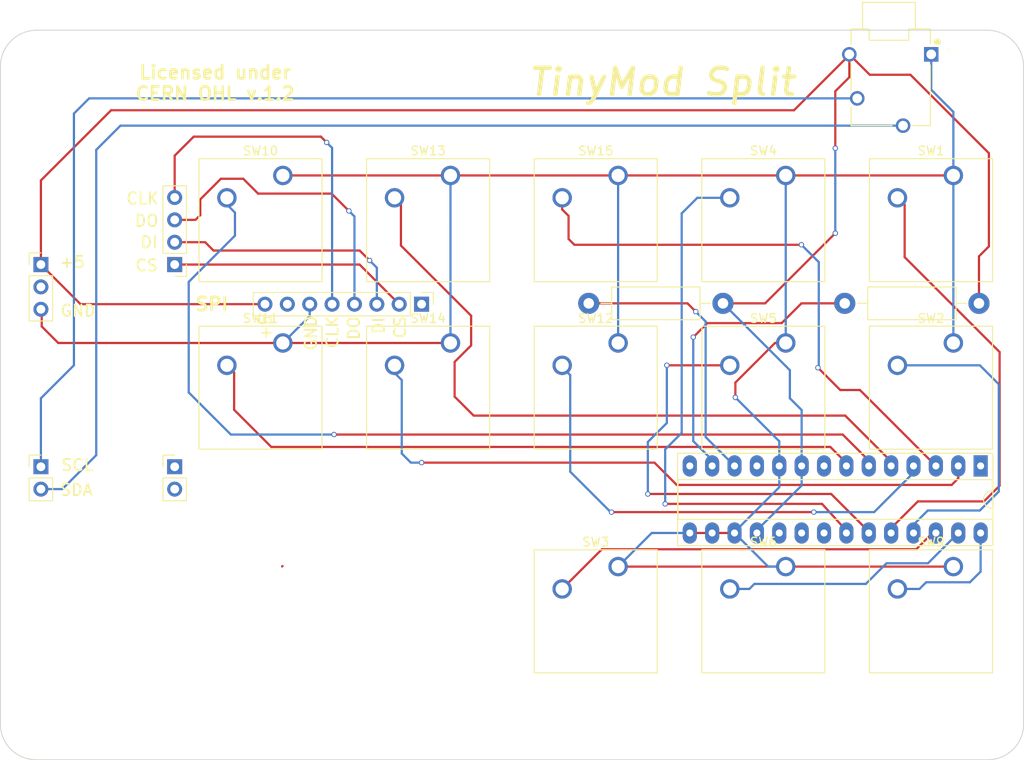
<source format=kicad_pcb>
(kicad_pcb (version 4) (host pcbnew 4.0.7)

  (general
    (links 46)
    (no_connects 0)
    (area 53.917714 37.424249 176.840036 124.963)
    (thickness 1.6)
    (drawings 26)
    (tracks 232)
    (zones 0)
    (modules 27)
    (nets 34)
  )

  (page A4)
  (layers
    (0 F.Cu signal)
    (31 B.Cu signal)
    (32 B.Adhes user)
    (33 F.Adhes user)
    (34 B.Paste user)
    (35 F.Paste user)
    (36 B.SilkS user)
    (37 F.SilkS user)
    (38 B.Mask user)
    (39 F.Mask user)
    (40 Dwgs.User user)
    (41 Cmts.User user)
    (42 Eco1.User user)
    (43 Eco2.User user)
    (44 Edge.Cuts user)
    (45 Margin user)
    (46 B.CrtYd user)
    (47 F.CrtYd user)
    (48 B.Fab user)
    (49 F.Fab user)
  )

  (setup
    (last_trace_width 0.25)
    (trace_clearance 0.2)
    (zone_clearance 0.508)
    (zone_45_only no)
    (trace_min 0.2)
    (segment_width 0.2)
    (edge_width 0.1)
    (via_size 0.6)
    (via_drill 0.4)
    (via_min_size 0.4)
    (via_min_drill 0.3)
    (uvia_size 0.3)
    (uvia_drill 0.1)
    (uvias_allowed no)
    (uvia_min_size 0.2)
    (uvia_min_drill 0.1)
    (pcb_text_width 0.3)
    (pcb_text_size 1.5 1.5)
    (mod_edge_width 0.15)
    (mod_text_size 1 1)
    (mod_text_width 0.15)
    (pad_size 1.5 1.5)
    (pad_drill 0.6)
    (pad_to_mask_clearance 0)
    (aux_axis_origin 67.42575 115.6805)
    (grid_origin 123.0195 84.743)
    (visible_elements 7FFFFFFF)
    (pcbplotparams
      (layerselection 0x010e0_80000001)
      (usegerberextensions false)
      (excludeedgelayer true)
      (linewidth 0.100000)
      (plotframeref false)
      (viasonmask false)
      (mode 1)
      (useauxorigin false)
      (hpglpennumber 1)
      (hpglpenspeed 20)
      (hpglpendiameter 15)
      (hpglpenoverlay 2)
      (psnegative false)
      (psa4output false)
      (plotreference true)
      (plotvalue true)
      (plotinvisibletext false)
      (padsonsilk false)
      (subtractmaskfromsilk false)
      (outputformat 1)
      (mirror false)
      (drillshape 0)
      (scaleselection 1)
      (outputdirectory ""))
  )

  (net 0 "")
  (net 1 "Net-(J1-Pad1)")
  (net 2 "Net-(J2-Pad2)")
  (net 3 "Net-(SW1-Pad2)")
  (net 4 "Net-(SW2-Pad2)")
  (net 5 "Net-(SW4-Pad2)")
  (net 6 "Net-(SW5-Pad2)")
  (net 7 "Net-(SW15-Pad2)")
  (net 8 "Net-(SW12-Pad2)")
  (net 9 "Net-(SW10-Pad2)")
  (net 10 "Net-(SW11-Pad2)")
  (net 11 "Net-(SW13-Pad2)")
  (net 12 "Net-(SW14-Pad2)")
  (net 13 "Net-(U1-Pad1)")
  (net 14 "Net-(U1-Pad19)")
  (net 15 "Net-(U1-Pad20)")
  (net 16 "Net-(J1-Pad2)")
  (net 17 "Net-(J5-Pad1)")
  (net 18 "Net-(R1-Pad2)")
  (net 19 "Net-(R2-Pad2)")
  (net 20 "Net-(SW3-Pad2)")
  (net 21 "Net-(SW6-Pad2)")
  (net 22 "Net-(SW9-Pad2)")
  (net 23 "Net-(J1-Pad3)")
  (net 24 "Net-(J2-Pad1)")
  (net 25 "Net-(J5-Pad2)")
  (net 26 "Net-(U1-Pad21)")
  (net 27 "Net-(U1-Pad8)")
  (net 28 "Net-(J3-Pad1)")
  (net 29 "Net-(J3-Pad2)")
  (net 30 "Net-(J3-Pad3)")
  (net 31 "Net-(J3-Pad4)")
  (net 32 "Net-(J3-Pad5)")
  (net 33 "Net-(J3-Pad7)")

  (net_class Default "This is the default net class."
    (clearance 0.2)
    (trace_width 0.25)
    (via_dia 0.6)
    (via_drill 0.4)
    (uvia_dia 0.3)
    (uvia_drill 0.1)
    (add_net "Net-(J1-Pad1)")
    (add_net "Net-(J1-Pad2)")
    (add_net "Net-(J1-Pad3)")
    (add_net "Net-(J2-Pad1)")
    (add_net "Net-(J2-Pad2)")
    (add_net "Net-(J3-Pad1)")
    (add_net "Net-(J3-Pad2)")
    (add_net "Net-(J3-Pad3)")
    (add_net "Net-(J3-Pad4)")
    (add_net "Net-(J3-Pad5)")
    (add_net "Net-(J3-Pad7)")
    (add_net "Net-(J5-Pad1)")
    (add_net "Net-(J5-Pad2)")
    (add_net "Net-(R1-Pad2)")
    (add_net "Net-(R2-Pad2)")
    (add_net "Net-(SW1-Pad2)")
    (add_net "Net-(SW10-Pad2)")
    (add_net "Net-(SW11-Pad2)")
    (add_net "Net-(SW12-Pad2)")
    (add_net "Net-(SW13-Pad2)")
    (add_net "Net-(SW14-Pad2)")
    (add_net "Net-(SW15-Pad2)")
    (add_net "Net-(SW2-Pad2)")
    (add_net "Net-(SW3-Pad2)")
    (add_net "Net-(SW4-Pad2)")
    (add_net "Net-(SW5-Pad2)")
    (add_net "Net-(SW6-Pad2)")
    (add_net "Net-(SW9-Pad2)")
    (add_net "Net-(U1-Pad1)")
    (add_net "Net-(U1-Pad19)")
    (add_net "Net-(U1-Pad20)")
    (add_net "Net-(U1-Pad21)")
    (add_net "Net-(U1-Pad8)")
  )

  (module Mounting_Holes:MountingHole_3mm (layer F.Cu) (tedit 600F33FA) (tstamp 600F2B64)
    (at 61.341 119.888)
    (descr "Mounting Hole 3mm, no annular")
    (tags "mounting hole 3mm no annular")
    (attr virtual)
    (fp_text reference REF** (at 0 -4) (layer F.SilkS) hide
      (effects (font (size 1 1) (thickness 0.15)))
    )
    (fp_text value MountingHole_3mm (at 0 4) (layer F.Fab) hide
      (effects (font (size 1 1) (thickness 0.15)))
    )
    (fp_text user %R (at 0.3 0) (layer F.Fab) hide
      (effects (font (size 1 1) (thickness 0.15)))
    )
    (fp_circle (center 0 0) (end 3 0) (layer Cmts.User) (width 0.15))
    (fp_circle (center 0 0) (end 3.25 0) (layer F.CrtYd) (width 0.05))
    (pad 1 np_thru_hole circle (at 0 0) (size 3 3) (drill 3) (layers *.Cu *.Mask))
  )

  (module Mounting_Holes:MountingHole_3mm (layer F.Cu) (tedit 600F3409) (tstamp 600F2B53)
    (at 169.418 119.888)
    (descr "Mounting Hole 3mm, no annular")
    (tags "mounting hole 3mm no annular")
    (attr virtual)
    (fp_text reference REF** (at 0 -4) (layer F.SilkS) hide
      (effects (font (size 1 1) (thickness 0.15)))
    )
    (fp_text value MountingHole_3mm (at 0 4) (layer F.Fab) hide
      (effects (font (size 1 1) (thickness 0.15)))
    )
    (fp_text user %R (at 0.3 0) (layer F.Fab) hide
      (effects (font (size 1 1) (thickness 0.15)))
    )
    (fp_circle (center 0 0) (end 3 0) (layer Cmts.User) (width 0.15))
    (fp_circle (center 0 0) (end 3.25 0) (layer F.CrtYd) (width 0.05))
    (pad 1 np_thru_hole circle (at 0 0) (size 3 3) (drill 3) (layers *.Cu *.Mask))
  )

  (module Mounting_Holes:MountingHole_3mm (layer F.Cu) (tedit 600F33EA) (tstamp 600F2B45)
    (at 61.332 45.1805)
    (descr "Mounting Hole 3mm, no annular")
    (tags "mounting hole 3mm no annular")
    (attr virtual)
    (fp_text reference REF** (at 0 -4) (layer F.SilkS) hide
      (effects (font (size 1 1) (thickness 0.15)))
    )
    (fp_text value MountingHole_3mm (at 0 4) (layer F.Fab) hide
      (effects (font (size 1 1) (thickness 0.15)))
    )
    (fp_text user %R (at 0.3 0) (layer F.Fab) hide
      (effects (font (size 1 1) (thickness 0.15)))
    )
    (fp_circle (center 0 0) (end 3 0) (layer Cmts.User) (width 0.15))
    (fp_circle (center 0 0) (end 3.25 0) (layer F.CrtYd) (width 0.05))
    (pad 1 np_thru_hole circle (at 0 0) (size 3 3) (drill 3) (layers *.Cu *.Mask))
  )

  (module Mounting_Holes:MountingHole_3mm (layer F.Cu) (tedit 600F343E) (tstamp 600F2B2F)
    (at 115.316 79.375)
    (descr "Mounting Hole 3mm, no annular")
    (tags "mounting hole 3mm no annular")
    (attr virtual)
    (fp_text reference REF** (at 0 -4) (layer F.SilkS) hide
      (effects (font (size 1 1) (thickness 0.15)))
    )
    (fp_text value MountingHole_3mm (at 0 4) (layer F.Fab) hide
      (effects (font (size 1 1) (thickness 0.15)))
    )
    (fp_text user %R (at 0.3 0) (layer F.Fab) hide
      (effects (font (size 1 1) (thickness 0.15)))
    )
    (fp_circle (center 0 0) (end 3 0) (layer Cmts.User) (width 0.15))
    (fp_circle (center 0 0) (end 3.25 0) (layer F.CrtYd) (width 0.05))
    (pad 1 np_thru_hole circle (at 0 0) (size 3 3) (drill 3) (layers *.Cu *.Mask))
  )

  (module Buttons_Switches_Keyboard:SW_Cherry_MX1A_1.00u_PCB (layer F.Cu) (tedit 6048752C) (tstamp 600E367A)
    (at 165.48825 57.5555)
    (descr "Cherry MX keyswitch, MX1A, 1u, PCB mount, http://cherryamericas.com/wp-content/uploads/2014/12/mx_cat.pdf")
    (tags "cherry mx keyswitch MX1A 1u PCB")
    (path /600DEF16)
    (fp_text reference SW1 (at -2.54 -2.794) (layer F.SilkS)
      (effects (font (size 1 1) (thickness 0.15)))
    )
    (fp_text value SW_DIP_x01 (at -2.54 12.954) (layer F.Fab) hide
      (effects (font (size 1 1) (thickness 0.15)))
    )
    (fp_text user %R (at -2.54 -2.794) (layer F.Fab) hide
      (effects (font (size 1 1) (thickness 0.15)))
    )
    (fp_line (start -8.89 -1.27) (end 3.81 -1.27) (layer F.Fab) (width 0.15))
    (fp_line (start 3.81 -1.27) (end 3.81 11.43) (layer F.Fab) (width 0.15))
    (fp_line (start 3.81 11.43) (end -8.89 11.43) (layer F.Fab) (width 0.15))
    (fp_line (start -8.89 11.43) (end -8.89 -1.27) (layer F.Fab) (width 0.15))
    (fp_line (start -9.78 12.32) (end -9.78 -2.16) (layer F.CrtYd) (width 0.05))
    (fp_line (start 4.7 12.32) (end -9.78 12.32) (layer F.CrtYd) (width 0.05))
    (fp_line (start 4.7 -2.16) (end 4.7 12.32) (layer F.CrtYd) (width 0.05))
    (fp_line (start -9.78 -2.16) (end 4.7 -2.16) (layer F.CrtYd) (width 0.05))
    (fp_line (start -12.065 -4.445) (end 6.985 -4.445) (layer Dwgs.User) (width 0.15))
    (fp_line (start 6.985 -4.445) (end 6.985 14.605) (layer Dwgs.User) (width 0.15))
    (fp_line (start 6.985 14.605) (end -12.065 14.605) (layer Dwgs.User) (width 0.15))
    (fp_line (start -12.065 14.605) (end -12.065 -4.445) (layer Dwgs.User) (width 0.15))
    (fp_line (start -9.525 -1.905) (end 4.445 -1.905) (layer F.SilkS) (width 0.12))
    (fp_line (start 4.445 -1.905) (end 4.445 12.065) (layer F.SilkS) (width 0.12))
    (fp_line (start 4.445 12.065) (end -9.525 12.065) (layer F.SilkS) (width 0.12))
    (fp_line (start -9.525 12.065) (end -9.525 -1.905) (layer F.SilkS) (width 0.12))
    (pad 1 thru_hole circle (at 0 0) (size 2.2 2.2) (drill 1.5) (layers *.Cu *.Mask)
      (net 23 "Net-(J1-Pad3)"))
    (pad 2 thru_hole circle (at -6.35 2.54) (size 2.2 2.2) (drill 1.5) (layers *.Cu *.Mask)
      (net 3 "Net-(SW1-Pad2)"))
    (pad "" np_thru_hole circle (at -2.54 5.08) (size 4 4) (drill 4) (layers *.Cu *.Mask))
    (pad "" np_thru_hole circle (at -7.62 5.08) (size 1.7 1.7) (drill 1.7) (layers *.Cu *.Mask))
    (pad "" np_thru_hole circle (at 2.54 5.08) (size 1.7 1.7) (drill 1.7) (layers *.Cu *.Mask))
    (model ${KISYS3DMOD}/Buttons_Switches_Keyboard.3dshapes/SW_Cherry_MX1A_1.00u_PCB.wrl
      (at (xyz 0 0 0))
      (scale (xyz 1 1 1))
      (rotate (xyz 0 0 0))
    )
  )

  (module Buttons_Switches_Keyboard:SW_Cherry_MX1A_1.00u_PCB (layer F.Cu) (tedit 6048606C) (tstamp 600E3683)
    (at 165.48825 76.58675)
    (descr "Cherry MX keyswitch, MX1A, 1u, PCB mount, http://cherryamericas.com/wp-content/uploads/2014/12/mx_cat.pdf")
    (tags "cherry mx keyswitch MX1A 1u PCB")
    (path /600DF1D7)
    (fp_text reference SW2 (at -2.54 -2.794) (layer F.SilkS)
      (effects (font (size 1 1) (thickness 0.15)))
    )
    (fp_text value SW_DIP_x01 (at -2.54 12.954) (layer F.Fab) hide
      (effects (font (size 1 1) (thickness 0.15)))
    )
    (fp_text user %R (at -2.54 -2.794) (layer F.Fab) hide
      (effects (font (size 1 1) (thickness 0.15)))
    )
    (fp_line (start -8.89 -1.27) (end 3.81 -1.27) (layer F.Fab) (width 0.15))
    (fp_line (start 3.81 -1.27) (end 3.81 11.43) (layer F.Fab) (width 0.15))
    (fp_line (start 3.81 11.43) (end -8.89 11.43) (layer F.Fab) (width 0.15))
    (fp_line (start -8.89 11.43) (end -8.89 -1.27) (layer F.Fab) (width 0.15))
    (fp_line (start -9.78 12.32) (end -9.78 -2.16) (layer F.CrtYd) (width 0.05))
    (fp_line (start 4.7 12.32) (end -9.78 12.32) (layer F.CrtYd) (width 0.05))
    (fp_line (start 4.7 -2.16) (end 4.7 12.32) (layer F.CrtYd) (width 0.05))
    (fp_line (start -9.78 -2.16) (end 4.7 -2.16) (layer F.CrtYd) (width 0.05))
    (fp_line (start -12.065 -4.445) (end 6.985 -4.445) (layer Dwgs.User) (width 0.15))
    (fp_line (start 6.985 -4.445) (end 6.985 14.605) (layer Dwgs.User) (width 0.15))
    (fp_line (start 6.985 14.605) (end -12.065 14.605) (layer Dwgs.User) (width 0.15))
    (fp_line (start -12.065 14.605) (end -12.065 -4.445) (layer Dwgs.User) (width 0.15))
    (fp_line (start -9.525 -1.905) (end 4.445 -1.905) (layer F.SilkS) (width 0.12))
    (fp_line (start 4.445 -1.905) (end 4.445 12.065) (layer F.SilkS) (width 0.12))
    (fp_line (start 4.445 12.065) (end -9.525 12.065) (layer F.SilkS) (width 0.12))
    (fp_line (start -9.525 12.065) (end -9.525 -1.905) (layer F.SilkS) (width 0.12))
    (pad 1 thru_hole circle (at 0 0) (size 2.2 2.2) (drill 1.5) (layers *.Cu *.Mask)
      (net 23 "Net-(J1-Pad3)"))
    (pad 2 thru_hole circle (at -6.35 2.54) (size 2.2 2.2) (drill 1.5) (layers *.Cu *.Mask)
      (net 4 "Net-(SW2-Pad2)"))
    (pad "" np_thru_hole circle (at -2.54 5.08) (size 4 4) (drill 4) (layers *.Cu *.Mask))
    (pad "" np_thru_hole circle (at -7.62 5.08) (size 1.7 1.7) (drill 1.7) (layers *.Cu *.Mask))
    (pad "" np_thru_hole circle (at 2.54 5.08) (size 1.7 1.7) (drill 1.7) (layers *.Cu *.Mask))
    (model ${KISYS3DMOD}/Buttons_Switches_Keyboard.3dshapes/SW_Cherry_MX1A_1.00u_PCB.wrl
      (at (xyz 0 0 0))
      (scale (xyz 1 1 1))
      (rotate (xyz 0 0 0))
    )
  )

  (module Buttons_Switches_Keyboard:SW_Cherry_MX1A_1.00u_PCB (layer F.Cu) (tedit 6048607F) (tstamp 600E368C)
    (at 127.42575 101.993)
    (descr "Cherry MX keyswitch, MX1A, 1u, PCB mount, http://cherryamericas.com/wp-content/uploads/2014/12/mx_cat.pdf")
    (tags "cherry mx keyswitch MX1A 1u PCB")
    (path /600DF719)
    (fp_text reference SW3 (at -2.54 -2.794) (layer F.SilkS)
      (effects (font (size 1 1) (thickness 0.15)))
    )
    (fp_text value SW_DIP_x01 (at -2.54 12.954) (layer F.Fab) hide
      (effects (font (size 1 1) (thickness 0.15)))
    )
    (fp_text user %R (at -2.54 -2.794) (layer F.Fab) hide
      (effects (font (size 1 1) (thickness 0.15)))
    )
    (fp_line (start -8.89 -1.27) (end 3.81 -1.27) (layer F.Fab) (width 0.15))
    (fp_line (start 3.81 -1.27) (end 3.81 11.43) (layer F.Fab) (width 0.15))
    (fp_line (start 3.81 11.43) (end -8.89 11.43) (layer F.Fab) (width 0.15))
    (fp_line (start -8.89 11.43) (end -8.89 -1.27) (layer F.Fab) (width 0.15))
    (fp_line (start -9.78 12.32) (end -9.78 -2.16) (layer F.CrtYd) (width 0.05))
    (fp_line (start 4.7 12.32) (end -9.78 12.32) (layer F.CrtYd) (width 0.05))
    (fp_line (start 4.7 -2.16) (end 4.7 12.32) (layer F.CrtYd) (width 0.05))
    (fp_line (start -9.78 -2.16) (end 4.7 -2.16) (layer F.CrtYd) (width 0.05))
    (fp_line (start -12.065 -4.445) (end 6.985 -4.445) (layer Dwgs.User) (width 0.15))
    (fp_line (start 6.985 -4.445) (end 6.985 14.605) (layer Dwgs.User) (width 0.15))
    (fp_line (start 6.985 14.605) (end -12.065 14.605) (layer Dwgs.User) (width 0.15))
    (fp_line (start -12.065 14.605) (end -12.065 -4.445) (layer Dwgs.User) (width 0.15))
    (fp_line (start -9.525 -1.905) (end 4.445 -1.905) (layer F.SilkS) (width 0.12))
    (fp_line (start 4.445 -1.905) (end 4.445 12.065) (layer F.SilkS) (width 0.12))
    (fp_line (start 4.445 12.065) (end -9.525 12.065) (layer F.SilkS) (width 0.12))
    (fp_line (start -9.525 12.065) (end -9.525 -1.905) (layer F.SilkS) (width 0.12))
    (pad 1 thru_hole circle (at 0 0) (size 2.2 2.2) (drill 1.5) (layers *.Cu *.Mask)
      (net 23 "Net-(J1-Pad3)"))
    (pad 2 thru_hole circle (at -6.35 2.54) (size 2.2 2.2) (drill 1.5) (layers *.Cu *.Mask)
      (net 20 "Net-(SW3-Pad2)"))
    (pad "" np_thru_hole circle (at -2.54 5.08) (size 4 4) (drill 4) (layers *.Cu *.Mask))
    (pad "" np_thru_hole circle (at -7.62 5.08) (size 1.7 1.7) (drill 1.7) (layers *.Cu *.Mask))
    (pad "" np_thru_hole circle (at 2.54 5.08) (size 1.7 1.7) (drill 1.7) (layers *.Cu *.Mask))
    (model ${KISYS3DMOD}/Buttons_Switches_Keyboard.3dshapes/SW_Cherry_MX1A_1.00u_PCB.wrl
      (at (xyz 0 0 0))
      (scale (xyz 1 1 1))
      (rotate (xyz 0 0 0))
    )
  )

  (module Buttons_Switches_Keyboard:SW_Cherry_MX1A_1.00u_PCB (layer F.Cu) (tedit 60487556) (tstamp 600E3695)
    (at 146.457 57.5555)
    (descr "Cherry MX keyswitch, MX1A, 1u, PCB mount, http://cherryamericas.com/wp-content/uploads/2014/12/mx_cat.pdf")
    (tags "cherry mx keyswitch MX1A 1u PCB")
    (path /600DF00B)
    (fp_text reference SW4 (at -2.54 -2.794) (layer F.SilkS)
      (effects (font (size 1 1) (thickness 0.15)))
    )
    (fp_text value SW_DIP_x01 (at -2.54 12.954) (layer F.Fab) hide
      (effects (font (size 1 1) (thickness 0.15)))
    )
    (fp_text user %R (at -2.54 -2.794) (layer F.Fab) hide
      (effects (font (size 1 1) (thickness 0.15)))
    )
    (fp_line (start -8.89 -1.27) (end 3.81 -1.27) (layer F.Fab) (width 0.15))
    (fp_line (start 3.81 -1.27) (end 3.81 11.43) (layer F.Fab) (width 0.15))
    (fp_line (start 3.81 11.43) (end -8.89 11.43) (layer F.Fab) (width 0.15))
    (fp_line (start -8.89 11.43) (end -8.89 -1.27) (layer F.Fab) (width 0.15))
    (fp_line (start -9.78 12.32) (end -9.78 -2.16) (layer F.CrtYd) (width 0.05))
    (fp_line (start 4.7 12.32) (end -9.78 12.32) (layer F.CrtYd) (width 0.05))
    (fp_line (start 4.7 -2.16) (end 4.7 12.32) (layer F.CrtYd) (width 0.05))
    (fp_line (start -9.78 -2.16) (end 4.7 -2.16) (layer F.CrtYd) (width 0.05))
    (fp_line (start -12.065 -4.445) (end 6.985 -4.445) (layer Dwgs.User) (width 0.15))
    (fp_line (start 6.985 -4.445) (end 6.985 14.605) (layer Dwgs.User) (width 0.15))
    (fp_line (start 6.985 14.605) (end -12.065 14.605) (layer Dwgs.User) (width 0.15))
    (fp_line (start -12.065 14.605) (end -12.065 -4.445) (layer Dwgs.User) (width 0.15))
    (fp_line (start -9.525 -1.905) (end 4.445 -1.905) (layer F.SilkS) (width 0.12))
    (fp_line (start 4.445 -1.905) (end 4.445 12.065) (layer F.SilkS) (width 0.12))
    (fp_line (start 4.445 12.065) (end -9.525 12.065) (layer F.SilkS) (width 0.12))
    (fp_line (start -9.525 12.065) (end -9.525 -1.905) (layer F.SilkS) (width 0.12))
    (pad 1 thru_hole circle (at 0 0) (size 2.2 2.2) (drill 1.5) (layers *.Cu *.Mask)
      (net 23 "Net-(J1-Pad3)"))
    (pad 2 thru_hole circle (at -6.35 2.54) (size 2.2 2.2) (drill 1.5) (layers *.Cu *.Mask)
      (net 5 "Net-(SW4-Pad2)"))
    (pad "" np_thru_hole circle (at -2.54 5.08) (size 4 4) (drill 4) (layers *.Cu *.Mask))
    (pad "" np_thru_hole circle (at -7.62 5.08) (size 1.7 1.7) (drill 1.7) (layers *.Cu *.Mask))
    (pad "" np_thru_hole circle (at 2.54 5.08) (size 1.7 1.7) (drill 1.7) (layers *.Cu *.Mask))
    (model ${KISYS3DMOD}/Buttons_Switches_Keyboard.3dshapes/SW_Cherry_MX1A_1.00u_PCB.wrl
      (at (xyz 0 0 0))
      (scale (xyz 1 1 1))
      (rotate (xyz 0 0 0))
    )
  )

  (module Buttons_Switches_Keyboard:SW_Cherry_MX1A_1.00u_PCB (layer F.Cu) (tedit 6048608C) (tstamp 600E36A7)
    (at 146.457 101.993)
    (descr "Cherry MX keyswitch, MX1A, 1u, PCB mount, http://cherryamericas.com/wp-content/uploads/2014/12/mx_cat.pdf")
    (tags "cherry mx keyswitch MX1A 1u PCB")
    (path /600DF71F)
    (fp_text reference SW6 (at -2.54 -2.794) (layer F.SilkS)
      (effects (font (size 1 1) (thickness 0.15)))
    )
    (fp_text value SW_DIP_x01 (at -2.54 12.954) (layer F.Fab) hide
      (effects (font (size 1 1) (thickness 0.15)))
    )
    (fp_text user %R (at -2.54 -2.794) (layer F.Fab) hide
      (effects (font (size 1 1) (thickness 0.15)))
    )
    (fp_line (start -8.89 -1.27) (end 3.81 -1.27) (layer F.Fab) (width 0.15))
    (fp_line (start 3.81 -1.27) (end 3.81 11.43) (layer F.Fab) (width 0.15))
    (fp_line (start 3.81 11.43) (end -8.89 11.43) (layer F.Fab) (width 0.15))
    (fp_line (start -8.89 11.43) (end -8.89 -1.27) (layer F.Fab) (width 0.15))
    (fp_line (start -9.78 12.32) (end -9.78 -2.16) (layer F.CrtYd) (width 0.05))
    (fp_line (start 4.7 12.32) (end -9.78 12.32) (layer F.CrtYd) (width 0.05))
    (fp_line (start 4.7 -2.16) (end 4.7 12.32) (layer F.CrtYd) (width 0.05))
    (fp_line (start -9.78 -2.16) (end 4.7 -2.16) (layer F.CrtYd) (width 0.05))
    (fp_line (start -12.065 -4.445) (end 6.985 -4.445) (layer Dwgs.User) (width 0.15))
    (fp_line (start 6.985 -4.445) (end 6.985 14.605) (layer Dwgs.User) (width 0.15))
    (fp_line (start 6.985 14.605) (end -12.065 14.605) (layer Dwgs.User) (width 0.15))
    (fp_line (start -12.065 14.605) (end -12.065 -4.445) (layer Dwgs.User) (width 0.15))
    (fp_line (start -9.525 -1.905) (end 4.445 -1.905) (layer F.SilkS) (width 0.12))
    (fp_line (start 4.445 -1.905) (end 4.445 12.065) (layer F.SilkS) (width 0.12))
    (fp_line (start 4.445 12.065) (end -9.525 12.065) (layer F.SilkS) (width 0.12))
    (fp_line (start -9.525 12.065) (end -9.525 -1.905) (layer F.SilkS) (width 0.12))
    (pad 1 thru_hole circle (at 0 0) (size 2.2 2.2) (drill 1.5) (layers *.Cu *.Mask)
      (net 23 "Net-(J1-Pad3)"))
    (pad 2 thru_hole circle (at -6.35 2.54) (size 2.2 2.2) (drill 1.5) (layers *.Cu *.Mask)
      (net 21 "Net-(SW6-Pad2)"))
    (pad "" np_thru_hole circle (at -2.54 5.08) (size 4 4) (drill 4) (layers *.Cu *.Mask))
    (pad "" np_thru_hole circle (at -7.62 5.08) (size 1.7 1.7) (drill 1.7) (layers *.Cu *.Mask))
    (pad "" np_thru_hole circle (at 2.54 5.08) (size 1.7 1.7) (drill 1.7) (layers *.Cu *.Mask))
    (model ${KISYS3DMOD}/Buttons_Switches_Keyboard.3dshapes/SW_Cherry_MX1A_1.00u_PCB.wrl
      (at (xyz 0 0 0))
      (scale (xyz 1 1 1))
      (rotate (xyz 0 0 0))
    )
  )

  (module Buttons_Switches_Keyboard:SW_Cherry_MX1A_1.00u_PCB (layer F.Cu) (tedit 60486098) (tstamp 600E36C2)
    (at 165.48825 101.993)
    (descr "Cherry MX keyswitch, MX1A, 1u, PCB mount, http://cherryamericas.com/wp-content/uploads/2014/12/mx_cat.pdf")
    (tags "cherry mx keyswitch MX1A 1u PCB")
    (path /600DF725)
    (fp_text reference SW9 (at -2.54 -2.794) (layer F.SilkS)
      (effects (font (size 1 1) (thickness 0.15)))
    )
    (fp_text value SW_DIP_x01 (at -2.54 12.954) (layer F.Fab) hide
      (effects (font (size 1 1) (thickness 0.15)))
    )
    (fp_text user %R (at -2.54 -2.794) (layer F.Fab) hide
      (effects (font (size 1 1) (thickness 0.15)))
    )
    (fp_line (start -8.89 -1.27) (end 3.81 -1.27) (layer F.Fab) (width 0.15))
    (fp_line (start 3.81 -1.27) (end 3.81 11.43) (layer F.Fab) (width 0.15))
    (fp_line (start 3.81 11.43) (end -8.89 11.43) (layer F.Fab) (width 0.15))
    (fp_line (start -8.89 11.43) (end -8.89 -1.27) (layer F.Fab) (width 0.15))
    (fp_line (start -9.78 12.32) (end -9.78 -2.16) (layer F.CrtYd) (width 0.05))
    (fp_line (start 4.7 12.32) (end -9.78 12.32) (layer F.CrtYd) (width 0.05))
    (fp_line (start 4.7 -2.16) (end 4.7 12.32) (layer F.CrtYd) (width 0.05))
    (fp_line (start -9.78 -2.16) (end 4.7 -2.16) (layer F.CrtYd) (width 0.05))
    (fp_line (start -12.065 -4.445) (end 6.985 -4.445) (layer Dwgs.User) (width 0.15))
    (fp_line (start 6.985 -4.445) (end 6.985 14.605) (layer Dwgs.User) (width 0.15))
    (fp_line (start 6.985 14.605) (end -12.065 14.605) (layer Dwgs.User) (width 0.15))
    (fp_line (start -12.065 14.605) (end -12.065 -4.445) (layer Dwgs.User) (width 0.15))
    (fp_line (start -9.525 -1.905) (end 4.445 -1.905) (layer F.SilkS) (width 0.12))
    (fp_line (start 4.445 -1.905) (end 4.445 12.065) (layer F.SilkS) (width 0.12))
    (fp_line (start 4.445 12.065) (end -9.525 12.065) (layer F.SilkS) (width 0.12))
    (fp_line (start -9.525 12.065) (end -9.525 -1.905) (layer F.SilkS) (width 0.12))
    (pad 1 thru_hole circle (at 0 0) (size 2.2 2.2) (drill 1.5) (layers *.Cu *.Mask)
      (net 23 "Net-(J1-Pad3)"))
    (pad 2 thru_hole circle (at -6.35 2.54) (size 2.2 2.2) (drill 1.5) (layers *.Cu *.Mask)
      (net 22 "Net-(SW9-Pad2)"))
    (pad "" np_thru_hole circle (at -2.54 5.08) (size 4 4) (drill 4) (layers *.Cu *.Mask))
    (pad "" np_thru_hole circle (at -7.62 5.08) (size 1.7 1.7) (drill 1.7) (layers *.Cu *.Mask))
    (pad "" np_thru_hole circle (at 2.54 5.08) (size 1.7 1.7) (drill 1.7) (layers *.Cu *.Mask))
    (model ${KISYS3DMOD}/Buttons_Switches_Keyboard.3dshapes/SW_Cherry_MX1A_1.00u_PCB.wrl
      (at (xyz 0 0 0))
      (scale (xyz 1 1 1))
      (rotate (xyz 0 0 0))
    )
  )

  (module Buttons_Switches_Keyboard:SW_Cherry_MX1A_1.00u_PCB (layer F.Cu) (tedit 60487578) (tstamp 600E36CB)
    (at 89.36325 57.5555)
    (descr "Cherry MX keyswitch, MX1A, 1u, PCB mount, http://cherryamericas.com/wp-content/uploads/2014/12/mx_cat.pdf")
    (tags "cherry mx keyswitch MX1A 1u PCB")
    (path /600DF0B5)
    (fp_text reference SW10 (at -2.54 -2.794) (layer F.SilkS)
      (effects (font (size 1 1) (thickness 0.15)))
    )
    (fp_text value SW_DIP_x01 (at -2.54 12.954) (layer F.Fab) hide
      (effects (font (size 1 1) (thickness 0.15)))
    )
    (fp_text user %R (at -2.54 -2.794) (layer F.Fab) hide
      (effects (font (size 1 1) (thickness 0.15)))
    )
    (fp_line (start -8.89 -1.27) (end 3.81 -1.27) (layer F.Fab) (width 0.15))
    (fp_line (start 3.81 -1.27) (end 3.81 11.43) (layer F.Fab) (width 0.15))
    (fp_line (start 3.81 11.43) (end -8.89 11.43) (layer F.Fab) (width 0.15))
    (fp_line (start -8.89 11.43) (end -8.89 -1.27) (layer F.Fab) (width 0.15))
    (fp_line (start -9.78 12.32) (end -9.78 -2.16) (layer F.CrtYd) (width 0.05))
    (fp_line (start 4.7 12.32) (end -9.78 12.32) (layer F.CrtYd) (width 0.05))
    (fp_line (start 4.7 -2.16) (end 4.7 12.32) (layer F.CrtYd) (width 0.05))
    (fp_line (start -9.78 -2.16) (end 4.7 -2.16) (layer F.CrtYd) (width 0.05))
    (fp_line (start -12.065 -4.445) (end 6.985 -4.445) (layer Dwgs.User) (width 0.15))
    (fp_line (start 6.985 -4.445) (end 6.985 14.605) (layer Dwgs.User) (width 0.15))
    (fp_line (start 6.985 14.605) (end -12.065 14.605) (layer Dwgs.User) (width 0.15))
    (fp_line (start -12.065 14.605) (end -12.065 -4.445) (layer Dwgs.User) (width 0.15))
    (fp_line (start -9.525 -1.905) (end 4.445 -1.905) (layer F.SilkS) (width 0.12))
    (fp_line (start 4.445 -1.905) (end 4.445 12.065) (layer F.SilkS) (width 0.12))
    (fp_line (start 4.445 12.065) (end -9.525 12.065) (layer F.SilkS) (width 0.12))
    (fp_line (start -9.525 12.065) (end -9.525 -1.905) (layer F.SilkS) (width 0.12))
    (pad 1 thru_hole circle (at 0 0) (size 2.2 2.2) (drill 1.5) (layers *.Cu *.Mask)
      (net 23 "Net-(J1-Pad3)"))
    (pad 2 thru_hole circle (at -6.35 2.54) (size 2.2 2.2) (drill 1.5) (layers *.Cu *.Mask)
      (net 9 "Net-(SW10-Pad2)"))
    (pad "" np_thru_hole circle (at -2.54 5.08) (size 4 4) (drill 4) (layers *.Cu *.Mask))
    (pad "" np_thru_hole circle (at -7.62 5.08) (size 1.7 1.7) (drill 1.7) (layers *.Cu *.Mask))
    (pad "" np_thru_hole circle (at 2.54 5.08) (size 1.7 1.7) (drill 1.7) (layers *.Cu *.Mask))
    (model ${KISYS3DMOD}/Buttons_Switches_Keyboard.3dshapes/SW_Cherry_MX1A_1.00u_PCB.wrl
      (at (xyz 0 0 0))
      (scale (xyz 1 1 1))
      (rotate (xyz 0 0 0))
    )
  )

  (module Buttons_Switches_Keyboard:SW_Cherry_MX1A_1.00u_PCB (layer F.Cu) (tedit 60487410) (tstamp 600E36D4)
    (at 89.36325 76.58675)
    (descr "Cherry MX keyswitch, MX1A, 1u, PCB mount, http://cherryamericas.com/wp-content/uploads/2014/12/mx_cat.pdf")
    (tags "cherry mx keyswitch MX1A 1u PCB")
    (path /600DF2C3)
    (fp_text reference SW11 (at -2.54 -2.794) (layer F.SilkS)
      (effects (font (size 1 1) (thickness 0.15)))
    )
    (fp_text value SW_DIP_x01 (at -2.54 12.954) (layer F.Fab) hide
      (effects (font (size 1 1) (thickness 0.15)))
    )
    (fp_text user %R (at -2.54 -2.794) (layer F.Fab) hide
      (effects (font (size 1 1) (thickness 0.15)))
    )
    (fp_line (start -8.89 -1.27) (end 3.81 -1.27) (layer F.Fab) (width 0.15))
    (fp_line (start 3.81 -1.27) (end 3.81 11.43) (layer F.Fab) (width 0.15))
    (fp_line (start 3.81 11.43) (end -8.89 11.43) (layer F.Fab) (width 0.15))
    (fp_line (start -8.89 11.43) (end -8.89 -1.27) (layer F.Fab) (width 0.15))
    (fp_line (start -9.78 12.32) (end -9.78 -2.16) (layer F.CrtYd) (width 0.05))
    (fp_line (start 4.7 12.32) (end -9.78 12.32) (layer F.CrtYd) (width 0.05))
    (fp_line (start 4.7 -2.16) (end 4.7 12.32) (layer F.CrtYd) (width 0.05))
    (fp_line (start -9.78 -2.16) (end 4.7 -2.16) (layer F.CrtYd) (width 0.05))
    (fp_line (start -12.065 -4.445) (end 6.985 -4.445) (layer Dwgs.User) (width 0.15))
    (fp_line (start 6.985 -4.445) (end 6.985 14.605) (layer Dwgs.User) (width 0.15))
    (fp_line (start 6.985 14.605) (end -12.065 14.605) (layer Dwgs.User) (width 0.15))
    (fp_line (start -12.065 14.605) (end -12.065 -4.445) (layer Dwgs.User) (width 0.15))
    (fp_line (start -9.525 -1.905) (end 4.445 -1.905) (layer F.SilkS) (width 0.12))
    (fp_line (start 4.445 -1.905) (end 4.445 12.065) (layer F.SilkS) (width 0.12))
    (fp_line (start 4.445 12.065) (end -9.525 12.065) (layer F.SilkS) (width 0.12))
    (fp_line (start -9.525 12.065) (end -9.525 -1.905) (layer F.SilkS) (width 0.12))
    (pad 1 thru_hole circle (at 0 0) (size 2.2 2.2) (drill 1.5) (layers *.Cu *.Mask)
      (net 23 "Net-(J1-Pad3)"))
    (pad 2 thru_hole circle (at -6.35 2.54) (size 2.2 2.2) (drill 1.5) (layers *.Cu *.Mask)
      (net 10 "Net-(SW11-Pad2)"))
    (pad "" np_thru_hole circle (at -2.54 5.08) (size 4 4) (drill 4) (layers *.Cu *.Mask))
    (pad "" np_thru_hole circle (at -7.62 5.08) (size 1.7 1.7) (drill 1.7) (layers *.Cu *.Mask))
    (pad "" np_thru_hole circle (at 2.54 5.08) (size 1.7 1.7) (drill 1.7) (layers *.Cu *.Mask))
    (model ${KISYS3DMOD}/Buttons_Switches_Keyboard.3dshapes/SW_Cherry_MX1A_1.00u_PCB.wrl
      (at (xyz 0 0 0))
      (scale (xyz 1 1 1))
      (rotate (xyz 0 0 0))
    )
  )

  (module Buttons_Switches_Keyboard:SW_Cherry_MX1A_1.00u_PCB (layer F.Cu) (tedit 6048756E) (tstamp 600E36E6)
    (at 108.3945 57.5555)
    (descr "Cherry MX keyswitch, MX1A, 1u, PCB mount, http://cherryamericas.com/wp-content/uploads/2014/12/mx_cat.pdf")
    (tags "cherry mx keyswitch MX1A 1u PCB")
    (path /600DF4FF)
    (fp_text reference SW13 (at -2.54 -2.794) (layer F.SilkS)
      (effects (font (size 1 1) (thickness 0.15)))
    )
    (fp_text value SW_DIP_x01 (at -2.54 12.954) (layer F.Fab) hide
      (effects (font (size 1 1) (thickness 0.15)))
    )
    (fp_text user %R (at -2.54 -2.794) (layer F.Fab) hide
      (effects (font (size 1 1) (thickness 0.15)))
    )
    (fp_line (start -8.89 -1.27) (end 3.81 -1.27) (layer F.Fab) (width 0.15))
    (fp_line (start 3.81 -1.27) (end 3.81 11.43) (layer F.Fab) (width 0.15))
    (fp_line (start 3.81 11.43) (end -8.89 11.43) (layer F.Fab) (width 0.15))
    (fp_line (start -8.89 11.43) (end -8.89 -1.27) (layer F.Fab) (width 0.15))
    (fp_line (start -9.78 12.32) (end -9.78 -2.16) (layer F.CrtYd) (width 0.05))
    (fp_line (start 4.7 12.32) (end -9.78 12.32) (layer F.CrtYd) (width 0.05))
    (fp_line (start 4.7 -2.16) (end 4.7 12.32) (layer F.CrtYd) (width 0.05))
    (fp_line (start -9.78 -2.16) (end 4.7 -2.16) (layer F.CrtYd) (width 0.05))
    (fp_line (start -12.065 -4.445) (end 6.985 -4.445) (layer Dwgs.User) (width 0.15))
    (fp_line (start 6.985 -4.445) (end 6.985 14.605) (layer Dwgs.User) (width 0.15))
    (fp_line (start 6.985 14.605) (end -12.065 14.605) (layer Dwgs.User) (width 0.15))
    (fp_line (start -12.065 14.605) (end -12.065 -4.445) (layer Dwgs.User) (width 0.15))
    (fp_line (start -9.525 -1.905) (end 4.445 -1.905) (layer F.SilkS) (width 0.12))
    (fp_line (start 4.445 -1.905) (end 4.445 12.065) (layer F.SilkS) (width 0.12))
    (fp_line (start 4.445 12.065) (end -9.525 12.065) (layer F.SilkS) (width 0.12))
    (fp_line (start -9.525 12.065) (end -9.525 -1.905) (layer F.SilkS) (width 0.12))
    (pad 1 thru_hole circle (at 0 0) (size 2.2 2.2) (drill 1.5) (layers *.Cu *.Mask)
      (net 23 "Net-(J1-Pad3)"))
    (pad 2 thru_hole circle (at -6.35 2.54) (size 2.2 2.2) (drill 1.5) (layers *.Cu *.Mask)
      (net 11 "Net-(SW13-Pad2)"))
    (pad "" np_thru_hole circle (at -2.54 5.08) (size 4 4) (drill 4) (layers *.Cu *.Mask))
    (pad "" np_thru_hole circle (at -7.62 5.08) (size 1.7 1.7) (drill 1.7) (layers *.Cu *.Mask))
    (pad "" np_thru_hole circle (at 2.54 5.08) (size 1.7 1.7) (drill 1.7) (layers *.Cu *.Mask))
    (model ${KISYS3DMOD}/Buttons_Switches_Keyboard.3dshapes/SW_Cherry_MX1A_1.00u_PCB.wrl
      (at (xyz 0 0 0))
      (scale (xyz 1 1 1))
      (rotate (xyz 0 0 0))
    )
  )

  (module Buttons_Switches_Keyboard:SW_Cherry_MX1A_1.00u_PCB (layer F.Cu) (tedit 60487426) (tstamp 600E36EF)
    (at 108.3945 76.58675)
    (descr "Cherry MX keyswitch, MX1A, 1u, PCB mount, http://cherryamericas.com/wp-content/uploads/2014/12/mx_cat.pdf")
    (tags "cherry mx keyswitch MX1A 1u PCB")
    (path /600DF1D1)
    (fp_text reference SW14 (at -2.54 -2.794) (layer F.SilkS)
      (effects (font (size 1 1) (thickness 0.15)))
    )
    (fp_text value SW_DIP_x01 (at -2.54 12.954) (layer F.Fab) hide
      (effects (font (size 1 1) (thickness 0.15)))
    )
    (fp_text user %R (at -2.54 -2.794) (layer F.Fab) hide
      (effects (font (size 1 1) (thickness 0.15)))
    )
    (fp_line (start -8.89 -1.27) (end 3.81 -1.27) (layer F.Fab) (width 0.15))
    (fp_line (start 3.81 -1.27) (end 3.81 11.43) (layer F.Fab) (width 0.15))
    (fp_line (start 3.81 11.43) (end -8.89 11.43) (layer F.Fab) (width 0.15))
    (fp_line (start -8.89 11.43) (end -8.89 -1.27) (layer F.Fab) (width 0.15))
    (fp_line (start -9.78 12.32) (end -9.78 -2.16) (layer F.CrtYd) (width 0.05))
    (fp_line (start 4.7 12.32) (end -9.78 12.32) (layer F.CrtYd) (width 0.05))
    (fp_line (start 4.7 -2.16) (end 4.7 12.32) (layer F.CrtYd) (width 0.05))
    (fp_line (start -9.78 -2.16) (end 4.7 -2.16) (layer F.CrtYd) (width 0.05))
    (fp_line (start -12.065 -4.445) (end 6.985 -4.445) (layer Dwgs.User) (width 0.15))
    (fp_line (start 6.985 -4.445) (end 6.985 14.605) (layer Dwgs.User) (width 0.15))
    (fp_line (start 6.985 14.605) (end -12.065 14.605) (layer Dwgs.User) (width 0.15))
    (fp_line (start -12.065 14.605) (end -12.065 -4.445) (layer Dwgs.User) (width 0.15))
    (fp_line (start -9.525 -1.905) (end 4.445 -1.905) (layer F.SilkS) (width 0.12))
    (fp_line (start 4.445 -1.905) (end 4.445 12.065) (layer F.SilkS) (width 0.12))
    (fp_line (start 4.445 12.065) (end -9.525 12.065) (layer F.SilkS) (width 0.12))
    (fp_line (start -9.525 12.065) (end -9.525 -1.905) (layer F.SilkS) (width 0.12))
    (pad 1 thru_hole circle (at 0 0) (size 2.2 2.2) (drill 1.5) (layers *.Cu *.Mask)
      (net 23 "Net-(J1-Pad3)"))
    (pad 2 thru_hole circle (at -6.35 2.54) (size 2.2 2.2) (drill 1.5) (layers *.Cu *.Mask)
      (net 12 "Net-(SW14-Pad2)"))
    (pad "" np_thru_hole circle (at -2.54 5.08) (size 4 4) (drill 4) (layers *.Cu *.Mask))
    (pad "" np_thru_hole circle (at -7.62 5.08) (size 1.7 1.7) (drill 1.7) (layers *.Cu *.Mask))
    (pad "" np_thru_hole circle (at 2.54 5.08) (size 1.7 1.7) (drill 1.7) (layers *.Cu *.Mask))
    (model ${KISYS3DMOD}/Buttons_Switches_Keyboard.3dshapes/SW_Cherry_MX1A_1.00u_PCB.wrl
      (at (xyz 0 0 0))
      (scale (xyz 1 1 1))
      (rotate (xyz 0 0 0))
    )
  )

  (module Housings_DIP:DIP-28_W7.62mm_Socket_LongPads (layer F.Cu) (tedit 60487451) (tstamp 600E3733)
    (at 168.582 90.5555 270)
    (descr "28-lead though-hole mounted DIP package, row spacing 7.62 mm (300 mils), Socket, LongPads")
    (tags "THT DIP DIL PDIP 2.54mm 7.62mm 300mil Socket LongPads")
    (path /5DF5EE1C)
    (fp_text reference U1 (at 3.81 -2.33 270) (layer F.SilkS) hide
      (effects (font (size 1 1) (thickness 0.15)))
    )
    (fp_text value MCP23017 (at 3.81 35.35 270) (layer F.Fab) hide
      (effects (font (size 1 1) (thickness 0.15)))
    )
    (fp_arc (start 3.81 -1.33) (end 2.81 -1.33) (angle -180) (layer F.SilkS) (width 0.12))
    (fp_line (start 1.635 -1.27) (end 6.985 -1.27) (layer F.Fab) (width 0.1))
    (fp_line (start 6.985 -1.27) (end 6.985 34.29) (layer F.Fab) (width 0.1))
    (fp_line (start 6.985 34.29) (end 0.635 34.29) (layer F.Fab) (width 0.1))
    (fp_line (start 0.635 34.29) (end 0.635 -0.27) (layer F.Fab) (width 0.1))
    (fp_line (start 0.635 -0.27) (end 1.635 -1.27) (layer F.Fab) (width 0.1))
    (fp_line (start -1.27 -1.33) (end -1.27 34.35) (layer F.Fab) (width 0.1))
    (fp_line (start -1.27 34.35) (end 8.89 34.35) (layer F.Fab) (width 0.1))
    (fp_line (start 8.89 34.35) (end 8.89 -1.33) (layer F.Fab) (width 0.1))
    (fp_line (start 8.89 -1.33) (end -1.27 -1.33) (layer F.Fab) (width 0.1))
    (fp_line (start 2.81 -1.33) (end 1.56 -1.33) (layer F.SilkS) (width 0.12))
    (fp_line (start 1.56 -1.33) (end 1.56 34.35) (layer F.SilkS) (width 0.12))
    (fp_line (start 1.56 34.35) (end 6.06 34.35) (layer F.SilkS) (width 0.12))
    (fp_line (start 6.06 34.35) (end 6.06 -1.33) (layer F.SilkS) (width 0.12))
    (fp_line (start 6.06 -1.33) (end 4.81 -1.33) (layer F.SilkS) (width 0.12))
    (fp_line (start -1.44 -1.39) (end -1.44 34.41) (layer F.SilkS) (width 0.12))
    (fp_line (start -1.44 34.41) (end 9.06 34.41) (layer F.SilkS) (width 0.12))
    (fp_line (start 9.06 34.41) (end 9.06 -1.39) (layer F.SilkS) (width 0.12))
    (fp_line (start 9.06 -1.39) (end -1.44 -1.39) (layer F.SilkS) (width 0.12))
    (fp_line (start -1.55 -1.6) (end -1.55 34.65) (layer F.CrtYd) (width 0.05))
    (fp_line (start -1.55 34.65) (end 9.15 34.65) (layer F.CrtYd) (width 0.05))
    (fp_line (start 9.15 34.65) (end 9.15 -1.6) (layer F.CrtYd) (width 0.05))
    (fp_line (start 9.15 -1.6) (end -1.55 -1.6) (layer F.CrtYd) (width 0.05))
    (fp_text user %R (at 3.81 16.51 270) (layer F.Fab) hide
      (effects (font (size 1 1) (thickness 0.15)))
    )
    (pad 1 thru_hole rect (at 0 0 270) (size 2.4 1.6) (drill 0.8) (layers *.Cu *.Mask)
      (net 13 "Net-(U1-Pad1)"))
    (pad 15 thru_hole oval (at 7.62 33.02 270) (size 2.4 1.6) (drill 0.8) (layers *.Cu *.Mask)
      (net 23 "Net-(J1-Pad3)"))
    (pad 2 thru_hole oval (at 0 2.54 270) (size 2.4 1.6) (drill 0.8) (layers *.Cu *.Mask)
      (net 12 "Net-(SW14-Pad2)"))
    (pad 16 thru_hole oval (at 7.62 30.48 270) (size 2.4 1.6) (drill 0.8) (layers *.Cu *.Mask)
      (net 23 "Net-(J1-Pad3)"))
    (pad 3 thru_hole oval (at 0 5.08 270) (size 2.4 1.6) (drill 0.8) (layers *.Cu *.Mask)
      (net 7 "Net-(SW15-Pad2)"))
    (pad 17 thru_hole oval (at 7.62 27.94 270) (size 2.4 1.6) (drill 0.8) (layers *.Cu *.Mask)
      (net 23 "Net-(J1-Pad3)"))
    (pad 4 thru_hole oval (at 0 7.62 270) (size 2.4 1.6) (drill 0.8) (layers *.Cu *.Mask)
      (net 8 "Net-(SW12-Pad2)"))
    (pad 18 thru_hole oval (at 7.62 25.4 270) (size 2.4 1.6) (drill 0.8) (layers *.Cu *.Mask)
      (net 1 "Net-(J1-Pad1)"))
    (pad 5 thru_hole oval (at 0 10.16 270) (size 2.4 1.6) (drill 0.8) (layers *.Cu *.Mask)
      (net 11 "Net-(SW13-Pad2)"))
    (pad 19 thru_hole oval (at 7.62 22.86 270) (size 2.4 1.6) (drill 0.8) (layers *.Cu *.Mask)
      (net 14 "Net-(U1-Pad19)"))
    (pad 6 thru_hole oval (at 0 12.7 270) (size 2.4 1.6) (drill 0.8) (layers *.Cu *.Mask)
      (net 9 "Net-(SW10-Pad2)"))
    (pad 20 thru_hole oval (at 7.62 20.32 270) (size 2.4 1.6) (drill 0.8) (layers *.Cu *.Mask)
      (net 15 "Net-(U1-Pad20)"))
    (pad 7 thru_hole oval (at 0 15.24 270) (size 2.4 1.6) (drill 0.8) (layers *.Cu *.Mask)
      (net 10 "Net-(SW11-Pad2)"))
    (pad 21 thru_hole oval (at 7.62 17.78 270) (size 2.4 1.6) (drill 0.8) (layers *.Cu *.Mask)
      (net 26 "Net-(U1-Pad21)"))
    (pad 8 thru_hole oval (at 0 17.78 270) (size 2.4 1.6) (drill 0.8) (layers *.Cu *.Mask)
      (net 27 "Net-(U1-Pad8)"))
    (pad 22 thru_hole oval (at 7.62 15.24 270) (size 2.4 1.6) (drill 0.8) (layers *.Cu *.Mask)
      (net 5 "Net-(SW4-Pad2)"))
    (pad 9 thru_hole oval (at 0 20.32 270) (size 2.4 1.6) (drill 0.8) (layers *.Cu *.Mask)
      (net 1 "Net-(J1-Pad1)"))
    (pad 23 thru_hole oval (at 7.62 12.7 270) (size 2.4 1.6) (drill 0.8) (layers *.Cu *.Mask)
      (net 6 "Net-(SW5-Pad2)"))
    (pad 10 thru_hole oval (at 0 22.86 270) (size 2.4 1.6) (drill 0.8) (layers *.Cu *.Mask)
      (net 23 "Net-(J1-Pad3)"))
    (pad 24 thru_hole oval (at 7.62 10.16 270) (size 2.4 1.6) (drill 0.8) (layers *.Cu *.Mask)
      (net 3 "Net-(SW1-Pad2)"))
    (pad 11 thru_hole oval (at 0 25.4 270) (size 2.4 1.6) (drill 0.8) (layers *.Cu *.Mask))
    (pad 25 thru_hole oval (at 7.62 7.62 270) (size 2.4 1.6) (drill 0.8) (layers *.Cu *.Mask)
      (net 4 "Net-(SW2-Pad2)"))
    (pad 12 thru_hole oval (at 0 27.94 270) (size 2.4 1.6) (drill 0.8) (layers *.Cu *.Mask)
      (net 18 "Net-(R1-Pad2)"))
    (pad 26 thru_hole oval (at 7.62 5.08 270) (size 2.4 1.6) (drill 0.8) (layers *.Cu *.Mask)
      (net 20 "Net-(SW3-Pad2)"))
    (pad 13 thru_hole oval (at 0 30.48 270) (size 2.4 1.6) (drill 0.8) (layers *.Cu *.Mask)
      (net 19 "Net-(R2-Pad2)"))
    (pad 27 thru_hole oval (at 7.62 2.54 270) (size 2.4 1.6) (drill 0.8) (layers *.Cu *.Mask)
      (net 21 "Net-(SW6-Pad2)"))
    (pad 14 thru_hole oval (at 0 33.02 270) (size 2.4 1.6) (drill 0.8) (layers *.Cu *.Mask))
    (pad 28 thru_hole oval (at 7.62 0 270) (size 2.4 1.6) (drill 0.8) (layers *.Cu *.Mask)
      (net 22 "Net-(SW9-Pad2)"))
    (model ${KISYS3DMOD}/Housings_DIP.3dshapes/DIP-28_W7.62mm_Socket.wrl
      (at (xyz 0 0 0))
      (scale (xyz 1 1 1))
      (rotate (xyz 0 0 0))
    )
  )

  (module Mounting_Holes:MountingHole_3mm (layer F.Cu) (tedit 600F3415) (tstamp 600F2AAE)
    (at 169.42575 45.1805)
    (descr "Mounting Hole 3mm, no annular")
    (tags "mounting hole 3mm no annular")
    (attr virtual)
    (fp_text reference REF** (at 0 -4) (layer F.SilkS) hide
      (effects (font (size 1 1) (thickness 0.15)))
    )
    (fp_text value MountingHole_3mm (at 0 4) (layer F.Fab) hide
      (effects (font (size 1 1) (thickness 0.15)))
    )
    (fp_text user %R (at 0.3 0) (layer F.Fab) hide
      (effects (font (size 1 1) (thickness 0.15)))
    )
    (fp_circle (center 0 0) (end 3 0) (layer Cmts.User) (width 0.15))
    (fp_circle (center 0 0) (end 3.25 0) (layer F.CrtYd) (width 0.05))
    (pad 1 np_thru_hole circle (at 0 0) (size 3 3) (drill 3) (layers *.Cu *.Mask))
  )

  (module Resistors_ThroughHole:R_Axial_DIN0411_L9.9mm_D3.6mm_P15.24mm_Horizontal (layer F.Cu) (tedit 60486130) (tstamp 600F3867)
    (at 139.332 72.08675 180)
    (descr "Resistor, Axial_DIN0411 series, Axial, Horizontal, pin pitch=15.24mm, 1W = 1/1W, length*diameter=9.9*3.6mm^2")
    (tags "Resistor Axial_DIN0411 series Axial Horizontal pin pitch 15.24mm 1W = 1/1W length 9.9mm diameter 3.6mm")
    (path /600F4383)
    (fp_text reference R1 (at 7.62 -2.86 180) (layer F.SilkS) hide
      (effects (font (size 1 1) (thickness 0.15)))
    )
    (fp_text value R (at 7.62 2.86 180) (layer F.Fab) hide
      (effects (font (size 1 1) (thickness 0.15)))
    )
    (fp_line (start 2.67 -1.8) (end 2.67 1.8) (layer F.Fab) (width 0.1))
    (fp_line (start 2.67 1.8) (end 12.57 1.8) (layer F.Fab) (width 0.1))
    (fp_line (start 12.57 1.8) (end 12.57 -1.8) (layer F.Fab) (width 0.1))
    (fp_line (start 12.57 -1.8) (end 2.67 -1.8) (layer F.Fab) (width 0.1))
    (fp_line (start 0 0) (end 2.67 0) (layer F.Fab) (width 0.1))
    (fp_line (start 15.24 0) (end 12.57 0) (layer F.Fab) (width 0.1))
    (fp_line (start 2.61 -1.86) (end 2.61 1.86) (layer F.SilkS) (width 0.12))
    (fp_line (start 2.61 1.86) (end 12.63 1.86) (layer F.SilkS) (width 0.12))
    (fp_line (start 12.63 1.86) (end 12.63 -1.86) (layer F.SilkS) (width 0.12))
    (fp_line (start 12.63 -1.86) (end 2.61 -1.86) (layer F.SilkS) (width 0.12))
    (fp_line (start 1.38 0) (end 2.61 0) (layer F.SilkS) (width 0.12))
    (fp_line (start 13.86 0) (end 12.63 0) (layer F.SilkS) (width 0.12))
    (fp_line (start -1.45 -2.15) (end -1.45 2.15) (layer F.CrtYd) (width 0.05))
    (fp_line (start -1.45 2.15) (end 16.7 2.15) (layer F.CrtYd) (width 0.05))
    (fp_line (start 16.7 2.15) (end 16.7 -2.15) (layer F.CrtYd) (width 0.05))
    (fp_line (start 16.7 -2.15) (end -1.45 -2.15) (layer F.CrtYd) (width 0.05))
    (pad 1 thru_hole circle (at 0 0 180) (size 2.4 2.4) (drill 1.2) (layers *.Cu *.Mask)
      (net 1 "Net-(J1-Pad1)"))
    (pad 2 thru_hole oval (at 15.24 0 180) (size 2.4 2.4) (drill 1.2) (layers *.Cu *.Mask)
      (net 18 "Net-(R1-Pad2)"))
    (model ${KISYS3DMOD}/Resistors_THT.3dshapes/R_Axial_DIN0411_L9.9mm_D3.6mm_P15.24mm_Horizontal.wrl
      (at (xyz 0 0 0))
      (scale (xyz 0.393701 0.393701 0.393701))
      (rotate (xyz 0 0 0))
    )
  )

  (module Resistors_ThroughHole:R_Axial_DIN0411_L9.9mm_D3.6mm_P15.24mm_Horizontal (layer F.Cu) (tedit 60486122) (tstamp 600F386D)
    (at 168.3945 72.08675 180)
    (descr "Resistor, Axial_DIN0411 series, Axial, Horizontal, pin pitch=15.24mm, 1W = 1/1W, length*diameter=9.9*3.6mm^2")
    (tags "Resistor Axial_DIN0411 series Axial Horizontal pin pitch 15.24mm 1W = 1/1W length 9.9mm diameter 3.6mm")
    (path /600F4590)
    (fp_text reference R2 (at 7.62 -2.86 180) (layer F.SilkS) hide
      (effects (font (size 1 1) (thickness 0.15)))
    )
    (fp_text value R (at 7.62 2.86 180) (layer F.Fab) hide
      (effects (font (size 1 1) (thickness 0.15)))
    )
    (fp_line (start 2.67 -1.8) (end 2.67 1.8) (layer F.Fab) (width 0.1))
    (fp_line (start 2.67 1.8) (end 12.57 1.8) (layer F.Fab) (width 0.1))
    (fp_line (start 12.57 1.8) (end 12.57 -1.8) (layer F.Fab) (width 0.1))
    (fp_line (start 12.57 -1.8) (end 2.67 -1.8) (layer F.Fab) (width 0.1))
    (fp_line (start 0 0) (end 2.67 0) (layer F.Fab) (width 0.1))
    (fp_line (start 15.24 0) (end 12.57 0) (layer F.Fab) (width 0.1))
    (fp_line (start 2.61 -1.86) (end 2.61 1.86) (layer F.SilkS) (width 0.12))
    (fp_line (start 2.61 1.86) (end 12.63 1.86) (layer F.SilkS) (width 0.12))
    (fp_line (start 12.63 1.86) (end 12.63 -1.86) (layer F.SilkS) (width 0.12))
    (fp_line (start 12.63 -1.86) (end 2.61 -1.86) (layer F.SilkS) (width 0.12))
    (fp_line (start 1.38 0) (end 2.61 0) (layer F.SilkS) (width 0.12))
    (fp_line (start 13.86 0) (end 12.63 0) (layer F.SilkS) (width 0.12))
    (fp_line (start -1.45 -2.15) (end -1.45 2.15) (layer F.CrtYd) (width 0.05))
    (fp_line (start -1.45 2.15) (end 16.7 2.15) (layer F.CrtYd) (width 0.05))
    (fp_line (start 16.7 2.15) (end 16.7 -2.15) (layer F.CrtYd) (width 0.05))
    (fp_line (start 16.7 -2.15) (end -1.45 -2.15) (layer F.CrtYd) (width 0.05))
    (pad 1 thru_hole circle (at 0 0 180) (size 2.4 2.4) (drill 1.2) (layers *.Cu *.Mask)
      (net 1 "Net-(J1-Pad1)"))
    (pad 2 thru_hole oval (at 15.24 0 180) (size 2.4 2.4) (drill 1.2) (layers *.Cu *.Mask)
      (net 19 "Net-(R2-Pad2)"))
    (model ${KISYS3DMOD}/Resistors_THT.3dshapes/R_Axial_DIN0411_L9.9mm_D3.6mm_P15.24mm_Horizontal.wrl
      (at (xyz 0 0 0))
      (scale (xyz 0.393701 0.393701 0.393701))
      (rotate (xyz 0 0 0))
    )
  )

  (module Pin_Headers:Pin_Header_Straight_1x03_Pitch2.54mm (layer F.Cu) (tedit 604946B6) (tstamp 6042AFFA)
    (at 61.8945 67.6805)
    (descr "Through hole straight pin header, 1x03, 2.54mm pitch, single row")
    (tags "Through hole pin header THT 1x03 2.54mm single row")
    (path /600E0C60)
    (fp_text reference J1 (at 0 -2.33) (layer F.SilkS) hide
      (effects (font (size 1 1) (thickness 0.15)))
    )
    (fp_text value Conn_01x03 (at 0 7.41) (layer F.Fab) hide
      (effects (font (size 1 1) (thickness 0.15)))
    )
    (fp_line (start -0.635 -1.27) (end 1.27 -1.27) (layer F.Fab) (width 0.1))
    (fp_line (start 1.27 -1.27) (end 1.27 6.35) (layer F.Fab) (width 0.1))
    (fp_line (start 1.27 6.35) (end -1.27 6.35) (layer F.Fab) (width 0.1))
    (fp_line (start -1.27 6.35) (end -1.27 -0.635) (layer F.Fab) (width 0.1))
    (fp_line (start -1.27 -0.635) (end -0.635 -1.27) (layer F.Fab) (width 0.1))
    (fp_line (start -1.33 6.41) (end 1.33 6.41) (layer F.SilkS) (width 0.12))
    (fp_line (start -1.33 1.27) (end -1.33 6.41) (layer F.SilkS) (width 0.12))
    (fp_line (start 1.33 1.27) (end 1.33 6.41) (layer F.SilkS) (width 0.12))
    (fp_line (start -1.33 1.27) (end 1.33 1.27) (layer F.SilkS) (width 0.12))
    (fp_line (start -1.33 0) (end -1.33 -1.33) (layer F.SilkS) (width 0.12))
    (fp_line (start -1.33 -1.33) (end 0 -1.33) (layer F.SilkS) (width 0.12))
    (fp_line (start -1.8 -1.8) (end -1.8 6.85) (layer F.CrtYd) (width 0.05))
    (fp_line (start -1.8 6.85) (end 1.8 6.85) (layer F.CrtYd) (width 0.05))
    (fp_line (start 1.8 6.85) (end 1.8 -1.8) (layer F.CrtYd) (width 0.05))
    (fp_line (start 1.8 -1.8) (end -1.8 -1.8) (layer F.CrtYd) (width 0.05))
    (fp_text user %R (at 0 2.54 90) (layer F.Fab)
      (effects (font (size 1 1) (thickness 0.15)))
    )
    (pad 1 thru_hole rect (at 0 0) (size 1.7 1.7) (drill 1) (layers *.Cu *.Mask)
      (net 1 "Net-(J1-Pad1)"))
    (pad 2 thru_hole oval (at 0 2.54) (size 1.7 1.7) (drill 1) (layers *.Cu *.Mask)
      (net 16 "Net-(J1-Pad2)"))
    (pad 3 thru_hole oval (at 0 5.08) (size 1.7 1.7) (drill 1) (layers *.Cu *.Mask)
      (net 23 "Net-(J1-Pad3)"))
    (model ${KISYS3DMOD}/Pin_Headers.3dshapes/Pin_Header_Straight_1x03_Pitch2.54mm.wrl
      (at (xyz 0 0 0))
      (scale (xyz 1 1 1))
      (rotate (xyz 0 0 0))
    )
  )

  (module Pin_Headers:Pin_Header_Straight_1x02_Pitch2.54mm (layer F.Cu) (tedit 604946AA) (tstamp 6042B0AA)
    (at 77.082 90.64925)
    (descr "Through hole straight pin header, 1x02, 2.54mm pitch, single row")
    (tags "Through hole pin header THT 1x02 2.54mm single row")
    (path /60421371)
    (fp_text reference J5 (at 0 -2.33) (layer F.SilkS) hide
      (effects (font (size 1 1) (thickness 0.15)))
    )
    (fp_text value Conn_01x02 (at 0 4.87) (layer F.Fab) hide
      (effects (font (size 1 1) (thickness 0.15)))
    )
    (fp_line (start -0.635 -1.27) (end 1.27 -1.27) (layer F.Fab) (width 0.1))
    (fp_line (start 1.27 -1.27) (end 1.27 3.81) (layer F.Fab) (width 0.1))
    (fp_line (start 1.27 3.81) (end -1.27 3.81) (layer F.Fab) (width 0.1))
    (fp_line (start -1.27 3.81) (end -1.27 -0.635) (layer F.Fab) (width 0.1))
    (fp_line (start -1.27 -0.635) (end -0.635 -1.27) (layer F.Fab) (width 0.1))
    (fp_line (start -1.33 3.87) (end 1.33 3.87) (layer F.SilkS) (width 0.12))
    (fp_line (start -1.33 1.27) (end -1.33 3.87) (layer F.SilkS) (width 0.12))
    (fp_line (start 1.33 1.27) (end 1.33 3.87) (layer F.SilkS) (width 0.12))
    (fp_line (start -1.33 1.27) (end 1.33 1.27) (layer F.SilkS) (width 0.12))
    (fp_line (start -1.33 0) (end -1.33 -1.33) (layer F.SilkS) (width 0.12))
    (fp_line (start -1.33 -1.33) (end 0 -1.33) (layer F.SilkS) (width 0.12))
    (fp_line (start -1.8 -1.8) (end -1.8 4.35) (layer F.CrtYd) (width 0.05))
    (fp_line (start -1.8 4.35) (end 1.8 4.35) (layer F.CrtYd) (width 0.05))
    (fp_line (start 1.8 4.35) (end 1.8 -1.8) (layer F.CrtYd) (width 0.05))
    (fp_line (start 1.8 -1.8) (end -1.8 -1.8) (layer F.CrtYd) (width 0.05))
    (fp_text user %R (at 0 1.27 90) (layer F.Fab)
      (effects (font (size 1 1) (thickness 0.15)))
    )
    (pad 1 thru_hole rect (at 0 0) (size 1.7 1.7) (drill 1) (layers *.Cu *.Mask)
      (net 17 "Net-(J5-Pad1)"))
    (pad 2 thru_hole oval (at 0 2.54) (size 1.7 1.7) (drill 1) (layers *.Cu *.Mask)
      (net 25 "Net-(J5-Pad2)"))
    (model ${KISYS3DMOD}/Pin_Headers.3dshapes/Pin_Header_Straight_1x02_Pitch2.54mm.wrl
      (at (xyz 0 0 0))
      (scale (xyz 1 1 1))
      (rotate (xyz 0 0 0))
    )
  )

  (module Pin_Headers:Pin_Header_Straight_1x02_Pitch2.54mm (layer F.Cu) (tedit 604946A1) (tstamp 6042B172)
    (at 61.8945 90.64925)
    (descr "Through hole straight pin header, 1x02, 2.54mm pitch, single row")
    (tags "Through hole pin header THT 1x02 2.54mm single row")
    (path /60420645)
    (fp_text reference J2 (at 0 -2.33) (layer F.SilkS) hide
      (effects (font (size 1 1) (thickness 0.15)))
    )
    (fp_text value Conn_01x02 (at 0 4.87) (layer F.Fab) hide
      (effects (font (size 1 1) (thickness 0.15)))
    )
    (fp_line (start -0.635 -1.27) (end 1.27 -1.27) (layer F.Fab) (width 0.1))
    (fp_line (start 1.27 -1.27) (end 1.27 3.81) (layer F.Fab) (width 0.1))
    (fp_line (start 1.27 3.81) (end -1.27 3.81) (layer F.Fab) (width 0.1))
    (fp_line (start -1.27 3.81) (end -1.27 -0.635) (layer F.Fab) (width 0.1))
    (fp_line (start -1.27 -0.635) (end -0.635 -1.27) (layer F.Fab) (width 0.1))
    (fp_line (start -1.33 3.87) (end 1.33 3.87) (layer F.SilkS) (width 0.12))
    (fp_line (start -1.33 1.27) (end -1.33 3.87) (layer F.SilkS) (width 0.12))
    (fp_line (start 1.33 1.27) (end 1.33 3.87) (layer F.SilkS) (width 0.12))
    (fp_line (start -1.33 1.27) (end 1.33 1.27) (layer F.SilkS) (width 0.12))
    (fp_line (start -1.33 0) (end -1.33 -1.33) (layer F.SilkS) (width 0.12))
    (fp_line (start -1.33 -1.33) (end 0 -1.33) (layer F.SilkS) (width 0.12))
    (fp_line (start -1.8 -1.8) (end -1.8 4.35) (layer F.CrtYd) (width 0.05))
    (fp_line (start -1.8 4.35) (end 1.8 4.35) (layer F.CrtYd) (width 0.05))
    (fp_line (start 1.8 4.35) (end 1.8 -1.8) (layer F.CrtYd) (width 0.05))
    (fp_line (start 1.8 -1.8) (end -1.8 -1.8) (layer F.CrtYd) (width 0.05))
    (fp_text user %R (at 0 1.27 90) (layer F.Fab)
      (effects (font (size 1 1) (thickness 0.15)))
    )
    (pad 1 thru_hole rect (at 0 0) (size 1.7 1.7) (drill 1) (layers *.Cu *.Mask)
      (net 24 "Net-(J2-Pad1)"))
    (pad 2 thru_hole oval (at 0 2.54) (size 1.7 1.7) (drill 1) (layers *.Cu *.Mask)
      (net 2 "Net-(J2-Pad2)"))
    (model ${KISYS3DMOD}/Pin_Headers.3dshapes/Pin_Header_Straight_1x02_Pitch2.54mm.wrl
      (at (xyz 0 0 0))
      (scale (xyz 1 1 1))
      (rotate (xyz 0 0 0))
    )
  )

  (module SJ-43514:CUI_SJ-43514 (layer F.Cu) (tedit 6048754A) (tstamp 6042B3C1)
    (at 158.17575 46.39925 270)
    (path /6042A9EB)
    (fp_text reference J6 (at -2.979703 -6.81327 270) (layer F.SilkS)
      (effects (font (size 0.480598 0.480598) (thickness 0.015)))
    )
    (fp_text value SJ-43514 (at -1.094318 6.206094 270) (layer F.Fab) hide
      (effects (font (size 0.480844 0.480844) (thickness 0.015)))
    )
    (fp_line (start -5.5 -4.7) (end 5.5 -4.7) (layer F.Fab) (width 0.127))
    (fp_line (start 5.5 -4.7) (end 5.5 4.3) (layer F.Fab) (width 0.127))
    (fp_line (start -5.5 -4.7) (end -5.5 -3) (layer F.Fab) (width 0.127))
    (fp_line (start -5.5 -3) (end -5.5 -2.25) (layer F.Fab) (width 0.127))
    (fp_line (start -5.5 -2.25) (end -4.2 -2.25) (layer F.Fab) (width 0.127))
    (fp_line (start -4.2 -2.25) (end -4.2 2.25) (layer F.Fab) (width 0.127))
    (fp_line (start -4.2 2.25) (end -5.5 2.25) (layer F.Fab) (width 0.127))
    (fp_line (start -5.5 2.25) (end -5.5 3) (layer F.Fab) (width 0.127))
    (fp_line (start -5.5 3) (end -5.5 4.3) (layer F.Fab) (width 0.127))
    (fp_line (start -5.5 4.3) (end 5.5 4.3) (layer F.Fab) (width 0.127))
    (fp_line (start -5.5 -3) (end -8.5 -3) (layer F.Fab) (width 0.127))
    (fp_line (start -8.5 -3) (end -8.5 3) (layer F.Fab) (width 0.127))
    (fp_line (start -8.5 3) (end -5.5 3) (layer F.Fab) (width 0.127))
    (fp_line (start -3.8 -4.7) (end -5.5 -4.7) (layer F.SilkS) (width 0.127))
    (fp_line (start -5.5 -4.7) (end -5.5 -3) (layer F.SilkS) (width 0.127))
    (fp_line (start -5.5 -3) (end -5.5 -2.25) (layer F.SilkS) (width 0.127))
    (fp_line (start -5.5 -2.25) (end -4.2 -2.25) (layer F.SilkS) (width 0.127))
    (fp_line (start -4.2 -2.25) (end -4.2 2.25) (layer F.SilkS) (width 0.127))
    (fp_line (start -4.2 2.25) (end -5.5 2.25) (layer F.SilkS) (width 0.127))
    (fp_line (start -5.5 2.25) (end -5.5 3) (layer F.SilkS) (width 0.127))
    (fp_line (start -5.5 3) (end -5.5 4.3) (layer F.SilkS) (width 0.127))
    (fp_line (start -5.5 4.3) (end -3.75 4.3) (layer F.SilkS) (width 0.127))
    (fp_line (start -5.5 3) (end -8.5 3) (layer F.SilkS) (width 0.127))
    (fp_line (start -8.5 3) (end -8.5 -3) (layer F.SilkS) (width 0.127))
    (fp_line (start -8.5 -3) (end -5.5 -3) (layer F.SilkS) (width 0.127))
    (fp_line (start -1.4 -4.7) (end 5.5 -4.7) (layer F.SilkS) (width 0.127))
    (fp_line (start 5.5 -4.7) (end 5.5 -2.7) (layer F.SilkS) (width 0.127))
    (fp_line (start 5.5 -0.35) (end 5.5 4.3) (layer F.SilkS) (width 0.127))
    (fp_line (start 5.5 4.3) (end 3.4 4.3) (layer F.SilkS) (width 0.127))
    (fp_line (start 1.5 4.3) (end -1.55 4.3) (layer F.SilkS) (width 0.127))
    (fp_line (start -5.5 -8.35) (end -5.5 -2.25) (layer Edge.Cuts) (width 0.0001))
    (fp_line (start -5.5 -2.25) (end -4.2 -2.25) (layer Edge.Cuts) (width 0.0001))
    (fp_line (start -4.2 -2.25) (end -4.2 2.25) (layer Edge.Cuts) (width 0.0001))
    (fp_line (start -4.2 2.25) (end -5.5 2.25) (layer Edge.Cuts) (width 0.0001))
    (fp_line (start -5.5 2.25) (end -5.5 8.85) (layer Edge.Cuts) (width 0.0001))
    (fp_line (start -8.75 -3.25) (end -5.75 -3.25) (layer F.CrtYd) (width 0.05))
    (fp_line (start -5.75 -3.25) (end -5.75 -5) (layer F.CrtYd) (width 0.05))
    (fp_line (start -5.75 -5) (end -3.65 -5) (layer F.CrtYd) (width 0.05))
    (fp_line (start -3.65 -5) (end -3.65 -5.85) (layer F.CrtYd) (width 0.05))
    (fp_line (start -3.65 -5.85) (end -1.5 -5.85) (layer F.CrtYd) (width 0.05))
    (fp_line (start -1.5 -5.85) (end -1.5 -5) (layer F.CrtYd) (width 0.05))
    (fp_line (start -1.5 -5) (end 5.75 -5) (layer F.CrtYd) (width 0.05))
    (fp_line (start 5.75 -5) (end 5.75 -2.5) (layer F.CrtYd) (width 0.05))
    (fp_line (start 5.75 -2.5) (end 6.5 -2.5) (layer F.CrtYd) (width 0.05))
    (fp_line (start 6.5 -2.5) (end 6.5 -0.5) (layer F.CrtYd) (width 0.05))
    (fp_line (start 6.5 -0.5) (end 5.75 -0.5) (layer F.CrtYd) (width 0.05))
    (fp_line (start 5.75 -0.5) (end 5.75 4.75) (layer F.CrtYd) (width 0.05))
    (fp_line (start 5.75 4.75) (end -1.5 4.75) (layer F.CrtYd) (width 0.05))
    (fp_line (start -1.5 4.75) (end -1.5 5.55) (layer F.CrtYd) (width 0.05))
    (fp_line (start -1.5 5.55) (end -3.75 5.55) (layer F.CrtYd) (width 0.05))
    (fp_line (start -3.75 5.55) (end -3.75 4.5) (layer F.CrtYd) (width 0.05))
    (fp_line (start -3.75 4.5) (end -5.75 4.5) (layer F.CrtYd) (width 0.05))
    (fp_line (start -5.75 4.5) (end -5.75 3.25) (layer F.CrtYd) (width 0.05))
    (fp_line (start -5.75 3.25) (end -8.75 3.25) (layer F.CrtYd) (width 0.05))
    (fp_line (start -8.75 3.25) (end -8.75 -3.25) (layer F.CrtYd) (width 0.05))
    (fp_text user PCB~EDGE (at -5.75332 8.5049 270) (layer F.Fab) hide
      (effects (font (size 0.480277 0.480277) (thickness 0.015)))
    )
    (fp_circle (center -4 -5.5) (end -3.8 -5.5) (layer F.SilkS) (width 0.4))
    (pad 1 thru_hole rect (at -2.6 -4.8 270) (size 1.65 1.65) (drill 1.1) (layers *.Cu *.Mask)
      (net 23 "Net-(J1-Pad3)"))
    (pad 2 thru_hole circle (at 2.4 3.6 270) (size 1.65 1.65) (drill 1.1) (layers *.Cu *.Mask)
      (net 24 "Net-(J2-Pad1)"))
    (pad 3 thru_hole circle (at 5.5 -1.6 270) (size 1.65 1.65) (drill 1.1) (layers *.Cu *.Mask)
      (net 2 "Net-(J2-Pad2)"))
    (pad 4 thru_hole circle (at -2.6 4.5 270) (size 1.65 1.65) (drill 1.1) (layers *.Cu *.Mask)
      (net 1 "Net-(J1-Pad1)"))
    (pad None np_thru_hole circle (at -2.6 0 270) (size 1.1 1.1) (drill 1.1) (layers *.Cu *.Mask))
    (pad None np_thru_hole circle (at 2.4 0 270) (size 1.1 1.1) (drill 1.1) (layers *.Cu *.Mask))
  )

  (module Buttons_Switches_Keyboard:SW_Cherry_MX1A_1.00u_PCB (layer F.Cu) (tedit 60487432) (tstamp 6042D0E2)
    (at 127.42575 76.58675)
    (descr "Cherry MX keyswitch, MX1A, 1u, PCB mount, http://cherryamericas.com/wp-content/uploads/2014/12/mx_cat.pdf")
    (tags "cherry mx keyswitch MX1A 1u PCB")
    (path /600DF1CB)
    (fp_text reference SW12 (at -2.54 -2.794) (layer F.SilkS)
      (effects (font (size 1 1) (thickness 0.15)))
    )
    (fp_text value SW_DIP_x01 (at -2.54 12.954) (layer F.Fab) hide
      (effects (font (size 1 1) (thickness 0.15)))
    )
    (fp_text user %R (at -2.54 -2.794) (layer F.Fab) hide
      (effects (font (size 1 1) (thickness 0.15)))
    )
    (fp_line (start -8.89 -1.27) (end 3.81 -1.27) (layer F.Fab) (width 0.15))
    (fp_line (start 3.81 -1.27) (end 3.81 11.43) (layer F.Fab) (width 0.15))
    (fp_line (start 3.81 11.43) (end -8.89 11.43) (layer F.Fab) (width 0.15))
    (fp_line (start -8.89 11.43) (end -8.89 -1.27) (layer F.Fab) (width 0.15))
    (fp_line (start -9.78 12.32) (end -9.78 -2.16) (layer F.CrtYd) (width 0.05))
    (fp_line (start 4.7 12.32) (end -9.78 12.32) (layer F.CrtYd) (width 0.05))
    (fp_line (start 4.7 -2.16) (end 4.7 12.32) (layer F.CrtYd) (width 0.05))
    (fp_line (start -9.78 -2.16) (end 4.7 -2.16) (layer F.CrtYd) (width 0.05))
    (fp_line (start -12.065 -4.445) (end 6.985 -4.445) (layer Dwgs.User) (width 0.15))
    (fp_line (start 6.985 -4.445) (end 6.985 14.605) (layer Dwgs.User) (width 0.15))
    (fp_line (start 6.985 14.605) (end -12.065 14.605) (layer Dwgs.User) (width 0.15))
    (fp_line (start -12.065 14.605) (end -12.065 -4.445) (layer Dwgs.User) (width 0.15))
    (fp_line (start -9.525 -1.905) (end 4.445 -1.905) (layer F.SilkS) (width 0.12))
    (fp_line (start 4.445 -1.905) (end 4.445 12.065) (layer F.SilkS) (width 0.12))
    (fp_line (start 4.445 12.065) (end -9.525 12.065) (layer F.SilkS) (width 0.12))
    (fp_line (start -9.525 12.065) (end -9.525 -1.905) (layer F.SilkS) (width 0.12))
    (pad 1 thru_hole circle (at 0 0) (size 2.2 2.2) (drill 1.5) (layers *.Cu *.Mask)
      (net 23 "Net-(J1-Pad3)"))
    (pad 2 thru_hole circle (at -6.35 2.54) (size 2.2 2.2) (drill 1.5) (layers *.Cu *.Mask)
      (net 8 "Net-(SW12-Pad2)"))
    (pad "" np_thru_hole circle (at -2.54 5.08) (size 4 4) (drill 4) (layers *.Cu *.Mask))
    (pad "" np_thru_hole circle (at -7.62 5.08) (size 1.7 1.7) (drill 1.7) (layers *.Cu *.Mask))
    (pad "" np_thru_hole circle (at 2.54 5.08) (size 1.7 1.7) (drill 1.7) (layers *.Cu *.Mask))
    (model ${KISYS3DMOD}/Buttons_Switches_Keyboard.3dshapes/SW_Cherry_MX1A_1.00u_PCB.wrl
      (at (xyz 0 0 0))
      (scale (xyz 1 1 1))
      (rotate (xyz 0 0 0))
    )
  )

  (module Buttons_Switches_Keyboard:SW_Cherry_MX1A_1.00u_PCB (layer F.Cu) (tedit 60487563) (tstamp 6042D0FC)
    (at 127.42575 57.5555)
    (descr "Cherry MX keyswitch, MX1A, 1u, PCB mount, http://cherryamericas.com/wp-content/uploads/2014/12/mx_cat.pdf")
    (tags "cherry mx keyswitch MX1A 1u PCB")
    (path /600DF505)
    (fp_text reference SW15 (at -2.54 -2.794) (layer F.SilkS)
      (effects (font (size 1 1) (thickness 0.15)))
    )
    (fp_text value SW_DIP_x01 (at -2.54 12.954) (layer F.Fab) hide
      (effects (font (size 1 1) (thickness 0.15)))
    )
    (fp_text user %R (at -2.54 -2.794) (layer F.Fab) hide
      (effects (font (size 1 1) (thickness 0.15)))
    )
    (fp_line (start -8.89 -1.27) (end 3.81 -1.27) (layer F.Fab) (width 0.15))
    (fp_line (start 3.81 -1.27) (end 3.81 11.43) (layer F.Fab) (width 0.15))
    (fp_line (start 3.81 11.43) (end -8.89 11.43) (layer F.Fab) (width 0.15))
    (fp_line (start -8.89 11.43) (end -8.89 -1.27) (layer F.Fab) (width 0.15))
    (fp_line (start -9.78 12.32) (end -9.78 -2.16) (layer F.CrtYd) (width 0.05))
    (fp_line (start 4.7 12.32) (end -9.78 12.32) (layer F.CrtYd) (width 0.05))
    (fp_line (start 4.7 -2.16) (end 4.7 12.32) (layer F.CrtYd) (width 0.05))
    (fp_line (start -9.78 -2.16) (end 4.7 -2.16) (layer F.CrtYd) (width 0.05))
    (fp_line (start -12.065 -4.445) (end 6.985 -4.445) (layer Dwgs.User) (width 0.15))
    (fp_line (start 6.985 -4.445) (end 6.985 14.605) (layer Dwgs.User) (width 0.15))
    (fp_line (start 6.985 14.605) (end -12.065 14.605) (layer Dwgs.User) (width 0.15))
    (fp_line (start -12.065 14.605) (end -12.065 -4.445) (layer Dwgs.User) (width 0.15))
    (fp_line (start -9.525 -1.905) (end 4.445 -1.905) (layer F.SilkS) (width 0.12))
    (fp_line (start 4.445 -1.905) (end 4.445 12.065) (layer F.SilkS) (width 0.12))
    (fp_line (start 4.445 12.065) (end -9.525 12.065) (layer F.SilkS) (width 0.12))
    (fp_line (start -9.525 12.065) (end -9.525 -1.905) (layer F.SilkS) (width 0.12))
    (pad 1 thru_hole circle (at 0 0) (size 2.2 2.2) (drill 1.5) (layers *.Cu *.Mask)
      (net 23 "Net-(J1-Pad3)"))
    (pad 2 thru_hole circle (at -6.35 2.54) (size 2.2 2.2) (drill 1.5) (layers *.Cu *.Mask)
      (net 7 "Net-(SW15-Pad2)"))
    (pad "" np_thru_hole circle (at -2.54 5.08) (size 4 4) (drill 4) (layers *.Cu *.Mask))
    (pad "" np_thru_hole circle (at -7.62 5.08) (size 1.7 1.7) (drill 1.7) (layers *.Cu *.Mask))
    (pad "" np_thru_hole circle (at 2.54 5.08) (size 1.7 1.7) (drill 1.7) (layers *.Cu *.Mask))
    (model ${KISYS3DMOD}/Buttons_Switches_Keyboard.3dshapes/SW_Cherry_MX1A_1.00u_PCB.wrl
      (at (xyz 0 0 0))
      (scale (xyz 1 1 1))
      (rotate (xyz 0 0 0))
    )
  )

  (module Pin_Headers:Pin_Header_Straight_1x08_Pitch2.54mm (layer F.Cu) (tedit 60487404) (tstamp 60482F71)
    (at 105.11325 72.1805 270)
    (descr "Through hole straight pin header, 1x08, 2.54mm pitch, single row")
    (tags "Through hole pin header THT 1x08 2.54mm single row")
    (path /6046E6A2)
    (fp_text reference J3 (at 0 -2.33 270) (layer F.SilkS) hide
      (effects (font (size 1 1) (thickness 0.15)))
    )
    (fp_text value Conn_01x08 (at 0 20.11 270) (layer F.Fab) hide
      (effects (font (size 1 1) (thickness 0.15)))
    )
    (fp_line (start -0.635 -1.27) (end 1.27 -1.27) (layer F.Fab) (width 0.1))
    (fp_line (start 1.27 -1.27) (end 1.27 19.05) (layer F.Fab) (width 0.1))
    (fp_line (start 1.27 19.05) (end -1.27 19.05) (layer F.Fab) (width 0.1))
    (fp_line (start -1.27 19.05) (end -1.27 -0.635) (layer F.Fab) (width 0.1))
    (fp_line (start -1.27 -0.635) (end -0.635 -1.27) (layer F.Fab) (width 0.1))
    (fp_line (start -1.33 19.11) (end 1.33 19.11) (layer F.SilkS) (width 0.12))
    (fp_line (start -1.33 1.27) (end -1.33 19.11) (layer F.SilkS) (width 0.12))
    (fp_line (start 1.33 1.27) (end 1.33 19.11) (layer F.SilkS) (width 0.12))
    (fp_line (start -1.33 1.27) (end 1.33 1.27) (layer F.SilkS) (width 0.12))
    (fp_line (start -1.33 0) (end -1.33 -1.33) (layer F.SilkS) (width 0.12))
    (fp_line (start -1.33 -1.33) (end 0 -1.33) (layer F.SilkS) (width 0.12))
    (fp_line (start -1.8 -1.8) (end -1.8 19.55) (layer F.CrtYd) (width 0.05))
    (fp_line (start -1.8 19.55) (end 1.8 19.55) (layer F.CrtYd) (width 0.05))
    (fp_line (start 1.8 19.55) (end 1.8 -1.8) (layer F.CrtYd) (width 0.05))
    (fp_line (start 1.8 -1.8) (end -1.8 -1.8) (layer F.CrtYd) (width 0.05))
    (fp_text user %R (at 0 8.89 360) (layer F.Fab)
      (effects (font (size 1 1) (thickness 0.15)))
    )
    (pad 1 thru_hole rect (at 0 0 270) (size 1.7 1.7) (drill 1) (layers *.Cu *.Mask)
      (net 28 "Net-(J3-Pad1)"))
    (pad 2 thru_hole oval (at 0 2.54 270) (size 1.7 1.7) (drill 1) (layers *.Cu *.Mask)
      (net 29 "Net-(J3-Pad2)"))
    (pad 3 thru_hole oval (at 0 5.08 270) (size 1.7 1.7) (drill 1) (layers *.Cu *.Mask)
      (net 30 "Net-(J3-Pad3)"))
    (pad 4 thru_hole oval (at 0 7.62 270) (size 1.7 1.7) (drill 1) (layers *.Cu *.Mask)
      (net 31 "Net-(J3-Pad4)"))
    (pad 5 thru_hole oval (at 0 10.16 270) (size 1.7 1.7) (drill 1) (layers *.Cu *.Mask)
      (net 32 "Net-(J3-Pad5)"))
    (pad 6 thru_hole oval (at 0 12.7 270) (size 1.7 1.7) (drill 1) (layers *.Cu *.Mask)
      (net 23 "Net-(J1-Pad3)"))
    (pad 7 thru_hole oval (at 0 15.24 270) (size 1.7 1.7) (drill 1) (layers *.Cu *.Mask)
      (net 33 "Net-(J3-Pad7)"))
    (pad 8 thru_hole oval (at 0 17.78 270) (size 1.7 1.7) (drill 1) (layers *.Cu *.Mask)
      (net 1 "Net-(J1-Pad1)"))
    (model ${KISYS3DMOD}/Pin_Headers.3dshapes/Pin_Header_Straight_1x08_Pitch2.54mm.wrl
      (at (xyz 0 0 0))
      (scale (xyz 1 1 1))
      (rotate (xyz 0 0 0))
    )
  )

  (module Pin_Headers:Pin_Header_Straight_1x04_Pitch2.54mm (layer F.Cu) (tedit 60487589) (tstamp 60482F79)
    (at 77.082 67.6805 180)
    (descr "Through hole straight pin header, 1x04, 2.54mm pitch, single row")
    (tags "Through hole pin header THT 1x04 2.54mm single row")
    (path /6046EBC0)
    (fp_text reference J7 (at 0 -2.33 180) (layer F.SilkS) hide
      (effects (font (size 1 1) (thickness 0.15)))
    )
    (fp_text value Conn_01x04 (at 0 9.95 180) (layer F.Fab) hide
      (effects (font (size 1 1) (thickness 0.15)))
    )
    (fp_line (start -0.635 -1.27) (end 1.27 -1.27) (layer F.Fab) (width 0.1))
    (fp_line (start 1.27 -1.27) (end 1.27 8.89) (layer F.Fab) (width 0.1))
    (fp_line (start 1.27 8.89) (end -1.27 8.89) (layer F.Fab) (width 0.1))
    (fp_line (start -1.27 8.89) (end -1.27 -0.635) (layer F.Fab) (width 0.1))
    (fp_line (start -1.27 -0.635) (end -0.635 -1.27) (layer F.Fab) (width 0.1))
    (fp_line (start -1.33 8.95) (end 1.33 8.95) (layer F.SilkS) (width 0.12))
    (fp_line (start -1.33 1.27) (end -1.33 8.95) (layer F.SilkS) (width 0.12))
    (fp_line (start 1.33 1.27) (end 1.33 8.95) (layer F.SilkS) (width 0.12))
    (fp_line (start -1.33 1.27) (end 1.33 1.27) (layer F.SilkS) (width 0.12))
    (fp_line (start -1.33 0) (end -1.33 -1.33) (layer F.SilkS) (width 0.12))
    (fp_line (start -1.33 -1.33) (end 0 -1.33) (layer F.SilkS) (width 0.12))
    (fp_line (start -1.8 -1.8) (end -1.8 9.4) (layer F.CrtYd) (width 0.05))
    (fp_line (start -1.8 9.4) (end 1.8 9.4) (layer F.CrtYd) (width 0.05))
    (fp_line (start 1.8 9.4) (end 1.8 -1.8) (layer F.CrtYd) (width 0.05))
    (fp_line (start 1.8 -1.8) (end -1.8 -1.8) (layer F.CrtYd) (width 0.05))
    (fp_text user %R (at 0 3.81 270) (layer F.Fab)
      (effects (font (size 1 1) (thickness 0.15)))
    )
    (pad 1 thru_hole rect (at 0 0 180) (size 1.7 1.7) (drill 1) (layers *.Cu *.Mask)
      (net 29 "Net-(J3-Pad2)"))
    (pad 2 thru_hole oval (at 0 2.54 180) (size 1.7 1.7) (drill 1) (layers *.Cu *.Mask)
      (net 30 "Net-(J3-Pad3)"))
    (pad 3 thru_hole oval (at 0 5.08 180) (size 1.7 1.7) (drill 1) (layers *.Cu *.Mask)
      (net 31 "Net-(J3-Pad4)"))
    (pad 4 thru_hole oval (at 0 7.62 180) (size 1.7 1.7) (drill 1) (layers *.Cu *.Mask)
      (net 32 "Net-(J3-Pad5)"))
    (model ${KISYS3DMOD}/Pin_Headers.3dshapes/Pin_Header_Straight_1x04_Pitch2.54mm.wrl
      (at (xyz 0 0 0))
      (scale (xyz 1 1 1))
      (rotate (xyz 0 0 0))
    )
  )

  (module Buttons_Switches_Keyboard:SW_Cherry_MX1A_1.00u_PCB (layer F.Cu) (tedit 60485EE1) (tstamp 60485E60)
    (at 146.457 76.58675)
    (descr "Cherry MX keyswitch, MX1A, 1u, PCB mount, http://cherryamericas.com/wp-content/uploads/2014/12/mx_cat.pdf")
    (tags "cherry mx keyswitch MX1A 1u PCB")
    (path /600DF1DD)
    (fp_text reference SW5 (at -2.54 -2.794) (layer F.SilkS)
      (effects (font (size 1 1) (thickness 0.15)))
    )
    (fp_text value SW_DIP_x01 (at -2.54 12.954) (layer F.Fab) hide
      (effects (font (size 1 1) (thickness 0.15)))
    )
    (fp_text user %R (at -2.54 -2.794) (layer F.Fab) hide
      (effects (font (size 1 1) (thickness 0.15)))
    )
    (fp_line (start -8.89 -1.27) (end 3.81 -1.27) (layer F.Fab) (width 0.15))
    (fp_line (start 3.81 -1.27) (end 3.81 11.43) (layer F.Fab) (width 0.15))
    (fp_line (start 3.81 11.43) (end -8.89 11.43) (layer F.Fab) (width 0.15))
    (fp_line (start -8.89 11.43) (end -8.89 -1.27) (layer F.Fab) (width 0.15))
    (fp_line (start -9.78 12.32) (end -9.78 -2.16) (layer F.CrtYd) (width 0.05))
    (fp_line (start 4.7 12.32) (end -9.78 12.32) (layer F.CrtYd) (width 0.05))
    (fp_line (start 4.7 -2.16) (end 4.7 12.32) (layer F.CrtYd) (width 0.05))
    (fp_line (start -9.78 -2.16) (end 4.7 -2.16) (layer F.CrtYd) (width 0.05))
    (fp_line (start -12.065 -4.445) (end 6.985 -4.445) (layer Dwgs.User) (width 0.15))
    (fp_line (start 6.985 -4.445) (end 6.985 14.605) (layer Dwgs.User) (width 0.15))
    (fp_line (start 6.985 14.605) (end -12.065 14.605) (layer Dwgs.User) (width 0.15))
    (fp_line (start -12.065 14.605) (end -12.065 -4.445) (layer Dwgs.User) (width 0.15))
    (fp_line (start -9.525 -1.905) (end 4.445 -1.905) (layer F.SilkS) (width 0.12))
    (fp_line (start 4.445 -1.905) (end 4.445 12.065) (layer F.SilkS) (width 0.12))
    (fp_line (start 4.445 12.065) (end -9.525 12.065) (layer F.SilkS) (width 0.12))
    (fp_line (start -9.525 12.065) (end -9.525 -1.905) (layer F.SilkS) (width 0.12))
    (pad 1 thru_hole circle (at 0 0) (size 2.2 2.2) (drill 1.5) (layers *.Cu *.Mask)
      (net 23 "Net-(J1-Pad3)"))
    (pad 2 thru_hole circle (at -6.35 2.54) (size 2.2 2.2) (drill 1.5) (layers *.Cu *.Mask)
      (net 6 "Net-(SW5-Pad2)"))
    (pad "" np_thru_hole circle (at -2.54 5.08) (size 4 4) (drill 4) (layers *.Cu *.Mask))
    (pad "" np_thru_hole circle (at -7.62 5.08) (size 1.7 1.7) (drill 1.7) (layers *.Cu *.Mask))
    (pad "" np_thru_hole circle (at 2.54 5.08) (size 1.7 1.7) (drill 1.7) (layers *.Cu *.Mask))
    (model ${KISYS3DMOD}/Buttons_Switches_Keyboard.3dshapes/SW_Cherry_MX1A_1.00u_PCB.wrl
      (at (xyz 0 0 0))
      (scale (xyz 1 1 1))
      (rotate (xyz 0 0 0))
    )
  )

  (gr_text SDA (at 65.92575 93.27425) (layer F.SilkS)
    (effects (font (size 1.3 1.3) (thickness 0.2)))
  )
  (gr_text SCL (at 66.0195 90.46175) (layer F.SilkS)
    (effects (font (size 1.3 1.3) (thickness 0.2)))
  )
  (gr_text GND (at 66.11325 72.9305) (layer F.SilkS)
    (effects (font (size 1.3 1.3) (thickness 0.2)))
  )
  (gr_text +5 (at 65.457 67.39925) (layer F.SilkS)
    (effects (font (size 1.3 1.3) (thickness 0.2)))
  )
  (gr_text CS (at 102.67575 74.8055 90) (layer F.SilkS)
    (effects (font (size 1.3 1.3) (thickness 0.2)))
  )
  (gr_text DI (at 100.23825 74.618 90) (layer F.SilkS)
    (effects (font (size 1.3 1.3) (thickness 0.2)))
  )
  (gr_text DO (at 97.42575 74.89925 90) (layer F.SilkS)
    (effects (font (size 1.3 1.3) (thickness 0.2)))
  )
  (gr_text CLK (at 94.98825 75.368 90) (layer F.SilkS)
    (effects (font (size 1.3 1.3) (thickness 0.2)))
  )
  (gr_text GND (at 92.55075 75.46175 90) (layer F.SilkS)
    (effects (font (size 1.3 1.3) (thickness 0.2)))
  )
  (gr_text +5 (at 87.3945 74.8055 90) (layer F.SilkS)
    (effects (font (size 1.3 1.3) (thickness 0.2)))
  )
  (gr_text CS (at 73.8945 67.77425) (layer F.SilkS)
    (effects (font (size 1.3 1.3) (thickness 0.2)))
  )
  (gr_text DI (at 74.17575 65.14925) (layer F.SilkS)
    (effects (font (size 1.3 1.3) (thickness 0.2)))
  )
  (gr_text DO (at 73.8945 62.71175) (layer F.SilkS)
    (effects (font (size 1.3 1.3) (thickness 0.2)))
  )
  (gr_text SPI (at 81.30075 72.1805) (layer F.SilkS)
    (effects (font (size 1.5 1.5) (thickness 0.3)))
  )
  (gr_text CLK (at 73.42575 60.1805) (layer F.SilkS)
    (effects (font (size 1.3 1.3) (thickness 0.2)))
  )
  (gr_text "TinyMod Split" (at 132.3945 46.96175) (layer F.SilkS)
    (effects (font (size 3 3) (thickness 0.5) italic))
  )
  (gr_text "Licensed under\nCERN OHL v.1.2" (at 81.67575 47.0555) (layer F.SilkS)
    (effects (font (size 1.5 1.5) (thickness 0.3)))
  )
  (gr_line (start 173.457 45.1805) (end 173.457 119.89925) (angle 90) (layer Edge.Cuts) (width 0.1))
  (gr_line (start 61.332 41.0555) (end 169.332 41.0555) (angle 90) (layer Edge.Cuts) (width 0.1))
  (gr_arc (start 169.332 45.1805) (end 169.332 41.0555) (angle 90) (layer Edge.Cuts) (width 0.1))
  (gr_line (start 169.42575 123.9305) (end 61.332 123.9305) (angle 90) (layer Edge.Cuts) (width 0.1))
  (gr_arc (start 169.42575 119.89925) (end 173.457 119.89925) (angle 90) (layer Edge.Cuts) (width 0.1))
  (gr_line (start 57.30075 119.89925) (end 57.30075 45.1805) (angle 90) (layer Edge.Cuts) (width 0.1))
  (gr_arc (start 61.332 119.89925) (end 61.332 123.9305) (angle 90) (layer Edge.Cuts) (width 0.1))
  (gr_arc (start 61.42575 45.1805) (end 57.30075 45.1805) (angle 90) (layer Edge.Cuts) (width 0.1))
  (gr_line (start 169.3926 45.974) (end 169.4434 46.0248) (angle 90) (layer Edge.Cuts) (width 0.1))

  (segment (start 89.33444 101.92756) (end 89.281 101.981) (width 0.25) (layer F.Cu) (net 0) (tstamp 600F7826))
  (segment (start 87.33325 72.1805) (end 66.3945 72.1805) (width 0.25) (layer F.Cu) (net 1))
  (segment (start 66.3945 72.1805) (end 61.8945 67.6805) (width 0.25) (layer F.Cu) (net 1) (tstamp 60493392))
  (segment (start 153.67575 43.79925) (end 153.67575 43.868) (width 0.25) (layer F.Cu) (net 1))
  (segment (start 153.67575 43.868) (end 147.3945 50.14925) (width 0.25) (layer F.Cu) (net 1) (tstamp 6048627D))
  (segment (start 61.8945 58.118) (end 61.8945 67.6805) (width 0.25) (layer F.Cu) (net 1) (tstamp 60486299))
  (segment (start 69.86325 50.14925) (end 61.8945 58.118) (width 0.25) (layer F.Cu) (net 1) (tstamp 60486292))
  (segment (start 147.3945 50.14925) (end 69.86325 50.14925) (width 0.25) (layer F.Cu) (net 1) (tstamp 60486284))
  (segment (start 148.262 90.5555) (end 148.262 84.20425) (width 0.25) (layer B.Cu) (net 1))
  (segment (start 146.92575 79.6805) (end 139.332 72.08675) (width 0.25) (layer B.Cu) (net 1) (tstamp 60483A18))
  (segment (start 146.92575 82.868) (end 146.92575 79.6805) (width 0.25) (layer B.Cu) (net 1) (tstamp 60483A16))
  (segment (start 148.262 84.20425) (end 146.92575 82.868) (width 0.25) (layer B.Cu) (net 1) (tstamp 60483A0F))
  (segment (start 139.332 72.08675) (end 144.11325 72.08675) (width 0.25) (layer F.Cu) (net 1))
  (segment (start 144.11325 72.08675) (end 152.082 64.118) (width 0.25) (layer F.Cu) (net 1) (tstamp 604839A2))
  (via (at 152.082 64.118) (size 0.6) (drill 0.4) (layers F.Cu B.Cu) (net 1))
  (segment (start 152.082 64.118) (end 152.082 58.493) (width 0.25) (layer B.Cu) (net 1) (tstamp 604839AE))
  (segment (start 152.082 58.493) (end 152.082 54.46175) (width 0.25) (layer B.Cu) (net 1) (tstamp 604839AF))
  (via (at 152.082 54.46175) (size 0.6) (drill 0.4) (layers F.Cu B.Cu) (net 1))
  (segment (start 152.082 54.46175) (end 152.082 47.993) (width 0.25) (layer F.Cu) (net 1) (tstamp 604839C1))
  (segment (start 152.082 47.993) (end 153.67575 46.39925) (width 0.25) (layer F.Cu) (net 1) (tstamp 604839C2))
  (segment (start 153.67575 46.39925) (end 153.67575 43.79925) (width 0.25) (layer F.Cu) (net 1) (tstamp 604839C9))
  (segment (start 143.182 98.1755) (end 143.182 97.86175) (width 0.25) (layer B.Cu) (net 1))
  (segment (start 143.182 97.86175) (end 148.262 92.78175) (width 0.25) (layer B.Cu) (net 1) (tstamp 60483569))
  (segment (start 148.262 92.78175) (end 148.262 90.5555) (width 0.25) (layer B.Cu) (net 1) (tstamp 60483574))
  (segment (start 168.3945 72.08675) (end 168.3945 66.743) (width 0.25) (layer F.Cu) (net 1))
  (segment (start 155.9945 46.118) (end 153.67575 43.79925) (width 0.25) (layer F.Cu) (net 1) (tstamp 604833D6))
  (segment (start 160.61325 46.118) (end 155.9945 46.118) (width 0.25) (layer F.Cu) (net 1) (tstamp 604833D2))
  (segment (start 169.5195 55.02425) (end 160.61325 46.118) (width 0.25) (layer F.Cu) (net 1) (tstamp 604833C8))
  (segment (start 169.5195 65.618) (end 169.5195 55.02425) (width 0.25) (layer F.Cu) (net 1) (tstamp 604833C3))
  (segment (start 168.3945 66.743) (end 169.5195 65.618) (width 0.25) (layer F.Cu) (net 1) (tstamp 604833BE))
  (segment (start 61.8945 93.18925) (end 64.32325 93.18925) (width 0.25) (layer B.Cu) (net 2))
  (segment (start 70.92575 51.89925) (end 159.77575 51.89925) (width 0.25) (layer B.Cu) (net 2) (tstamp 6048332D))
  (segment (start 68.17575 54.64925) (end 70.92575 51.89925) (width 0.25) (layer B.Cu) (net 2) (tstamp 60483327))
  (segment (start 68.17575 89.33675) (end 68.17575 54.64925) (width 0.25) (layer B.Cu) (net 2) (tstamp 60483324))
  (segment (start 64.32325 93.18925) (end 68.17575 89.33675) (width 0.25) (layer B.Cu) (net 2) (tstamp 60483320))
  (segment (start 158.422 98.1755) (end 158.422 97.62175) (width 0.25) (layer F.Cu) (net 3))
  (segment (start 158.422 97.62175) (end 161.457 94.58675) (width 0.25) (layer F.Cu) (net 3) (tstamp 6048374F))
  (segment (start 161.457 94.58675) (end 168.957 94.58675) (width 0.25) (layer F.Cu) (net 3) (tstamp 60483753))
  (segment (start 168.957 94.58675) (end 170.73825 92.8055) (width 0.25) (layer F.Cu) (net 3) (tstamp 60483756))
  (segment (start 170.73825 92.8055) (end 170.73825 77.618) (width 0.25) (layer F.Cu) (net 3) (tstamp 60483758))
  (segment (start 170.73825 77.618) (end 159.957 66.83675) (width 0.25) (layer F.Cu) (net 3) (tstamp 60483761))
  (segment (start 159.957 66.83675) (end 159.957 60.91425) (width 0.25) (layer F.Cu) (net 3) (tstamp 60483767))
  (segment (start 159.957 60.91425) (end 159.13825 60.0955) (width 0.25) (layer F.Cu) (net 3) (tstamp 6048376B))
  (segment (start 160.962 98.1755) (end 160.962 97.238) (width 0.25) (layer B.Cu) (net 4))
  (segment (start 160.962 97.238) (end 162.582 95.618) (width 0.25) (layer B.Cu) (net 4) (tstamp 6048371A))
  (segment (start 162.582 95.618) (end 168.48825 95.618) (width 0.25) (layer B.Cu) (net 4) (tstamp 6048371F))
  (segment (start 168.48825 95.618) (end 170.6445 93.46175) (width 0.25) (layer B.Cu) (net 4) (tstamp 60483722))
  (segment (start 170.6445 93.46175) (end 170.6445 81.27425) (width 0.25) (layer B.Cu) (net 4) (tstamp 60483724))
  (segment (start 170.6445 81.27425) (end 168.497 79.12675) (width 0.25) (layer B.Cu) (net 4) (tstamp 60483728))
  (segment (start 168.497 79.12675) (end 159.13825 79.12675) (width 0.25) (layer B.Cu) (net 4) (tstamp 60483732))
  (segment (start 153.342 98.1755) (end 153.342 97.90925) (width 0.25) (layer F.Cu) (net 5))
  (segment (start 153.342 97.90925) (end 150.582 94.868) (width 0.25) (layer F.Cu) (net 5) (tstamp 60483635))
  (segment (start 150.582 94.868) (end 132.7695 94.868) (width 0.25) (layer F.Cu) (net 5) (tstamp 60483637))
  (via (at 132.7695 94.868) (size 0.6) (drill 0.4) (layers F.Cu B.Cu) (net 5))
  (segment (start 132.7695 94.868) (end 132.7695 88.6805) (width 0.25) (layer B.Cu) (net 5) (tstamp 60483647))
  (segment (start 132.7695 88.6805) (end 134.6445 86.8055) (width 0.25) (layer B.Cu) (net 5) (tstamp 60483648))
  (segment (start 134.6445 86.8055) (end 134.6445 61.868) (width 0.25) (layer B.Cu) (net 5) (tstamp 6048365A))
  (segment (start 134.6445 61.868) (end 136.417 60.0955) (width 0.25) (layer B.Cu) (net 5) (tstamp 6048366F))
  (segment (start 136.417 60.0955) (end 140.107 60.0955) (width 0.25) (layer B.Cu) (net 5) (tstamp 60483671))
  (segment (start 155.882 98.1755) (end 155.882 98.01175) (width 0.25) (layer F.Cu) (net 6))
  (segment (start 155.882 98.01175) (end 151.61325 93.743) (width 0.25) (layer F.Cu) (net 6) (tstamp 60483692))
  (segment (start 151.61325 93.743) (end 130.80075 93.743) (width 0.25) (layer F.Cu) (net 6) (tstamp 60483696))
  (via (at 130.80075 93.743) (size 0.6) (drill 0.4) (layers F.Cu B.Cu) (net 6))
  (segment (start 130.80075 93.743) (end 130.80075 87.83675) (width 0.25) (layer B.Cu) (net 6) (tstamp 6048369E))
  (segment (start 130.80075 87.83675) (end 132.957 85.6805) (width 0.25) (layer B.Cu) (net 6) (tstamp 6048369F))
  (segment (start 132.957 85.6805) (end 132.957 79.118) (width 0.25) (layer B.Cu) (net 6) (tstamp 604836A4))
  (via (at 132.957 79.118) (size 0.6) (drill 0.4) (layers F.Cu B.Cu) (net 6))
  (segment (start 132.957 79.118) (end 132.96575 79.12675) (width 0.25) (layer F.Cu) (net 6) (tstamp 604836B7))
  (segment (start 132.96575 79.12675) (end 140.107 79.12675) (width 0.25) (layer F.Cu) (net 6) (tstamp 604836B8))
  (segment (start 121.07575 60.0955) (end 121.07575 61.42425) (width 0.25) (layer F.Cu) (net 7))
  (segment (start 154.877 81.9305) (end 163.502 90.5555) (width 0.25) (layer F.Cu) (net 7) (tstamp 60483CC4))
  (segment (start 152.6445 81.9305) (end 154.877 81.9305) (width 0.25) (layer F.Cu) (net 7) (tstamp 60483CBC))
  (segment (start 150.11325 79.39925) (end 152.6445 81.9305) (width 0.25) (layer F.Cu) (net 7) (tstamp 60483CBB))
  (via (at 150.11325 79.39925) (size 0.6) (drill 0.4) (layers F.Cu B.Cu) (net 7))
  (segment (start 150.207 79.39925) (end 150.11325 79.39925) (width 0.25) (layer B.Cu) (net 7) (tstamp 60483CA2))
  (segment (start 150.207 67.39925) (end 150.207 79.39925) (width 0.25) (layer B.Cu) (net 7) (tstamp 60483C95))
  (segment (start 148.23825 65.4305) (end 150.207 67.39925) (width 0.25) (layer B.Cu) (net 7) (tstamp 60483C94))
  (via (at 148.23825 65.4305) (size 0.6) (drill 0.4) (layers F.Cu B.Cu) (net 7))
  (segment (start 122.457 65.4305) (end 148.23825 65.4305) (width 0.25) (layer F.Cu) (net 7) (tstamp 60483C8D))
  (segment (start 121.80075 64.77425) (end 122.457 65.4305) (width 0.25) (layer F.Cu) (net 7) (tstamp 60483C85))
  (segment (start 121.80075 62.14925) (end 121.80075 64.77425) (width 0.25) (layer F.Cu) (net 7) (tstamp 60483C83))
  (segment (start 121.07575 61.42425) (end 121.80075 62.14925) (width 0.25) (layer F.Cu) (net 7) (tstamp 60483C7F))
  (segment (start 121.07575 79.12675) (end 121.07575 79.3305) (width 0.25) (layer B.Cu) (net 8))
  (segment (start 121.07575 79.3305) (end 121.98825 80.243) (width 0.25) (layer B.Cu) (net 8) (tstamp 6048403E))
  (segment (start 121.98825 80.243) (end 121.98825 91.21175) (width 0.25) (layer B.Cu) (net 8) (tstamp 60484043))
  (segment (start 121.98825 91.21175) (end 126.582 95.8055) (width 0.25) (layer B.Cu) (net 8) (tstamp 60484050))
  (segment (start 126.582 95.8055) (end 126.67575 95.8055) (width 0.25) (layer B.Cu) (net 8) (tstamp 60484057))
  (via (at 126.67575 95.8055) (size 0.6) (drill 0.4) (layers F.Cu B.Cu) (net 8))
  (segment (start 126.67575 95.8055) (end 149.6445 95.8055) (width 0.25) (layer F.Cu) (net 8) (tstamp 6048405B))
  (via (at 149.6445 95.8055) (size 0.6) (drill 0.4) (layers F.Cu B.Cu) (net 8))
  (segment (start 149.6445 95.8055) (end 156.48825 95.8055) (width 0.25) (layer B.Cu) (net 8) (tstamp 6048406B))
  (segment (start 156.48825 95.8055) (end 160.962 91.33175) (width 0.25) (layer B.Cu) (net 8) (tstamp 6048406C))
  (segment (start 160.962 91.33175) (end 160.962 90.5555) (width 0.25) (layer B.Cu) (net 8) (tstamp 60484073))
  (segment (start 78.67575 69.64925) (end 81.207 67.118) (width 0.25) (layer B.Cu) (net 9))
  (segment (start 155.882 89.94925) (end 152.92575 86.993) (width 0.25) (layer F.Cu) (net 9) (tstamp 60483AAB))
  (segment (start 152.92575 86.993) (end 95.17575 86.993) (width 0.25) (layer F.Cu) (net 9) (tstamp 60483AB1))
  (via (at 95.17575 86.993) (size 0.6) (drill 0.4) (layers F.Cu B.Cu) (net 9))
  (segment (start 95.17575 86.993) (end 83.457 86.993) (width 0.25) (layer B.Cu) (net 9) (tstamp 60483AE8))
  (segment (start 83.457 86.993) (end 78.67575 82.21175) (width 0.25) (layer B.Cu) (net 9) (tstamp 60483AE9))
  (segment (start 78.67575 82.21175) (end 78.67575 69.9305) (width 0.25) (layer B.Cu) (net 9) (tstamp 60483AF5))
  (segment (start 78.67575 69.9305) (end 78.67575 69.64925) (width 0.25) (layer B.Cu) (net 9) (tstamp 60492F88))
  (segment (start 83.92575 61.77425) (end 83.01325 60.86175) (width 0.25) (layer B.Cu) (net 9) (tstamp 6049304A))
  (segment (start 83.92575 62.33675) (end 83.92575 61.77425) (width 0.25) (layer B.Cu) (net 9) (tstamp 60493043))
  (segment (start 83.92575 64.39925) (end 83.92575 62.33675) (width 0.25) (layer B.Cu) (net 9) (tstamp 6049303A))
  (segment (start 81.207 67.118) (end 83.92575 64.39925) (width 0.25) (layer B.Cu) (net 9) (tstamp 60493032))
  (segment (start 83.01325 60.86175) (end 83.01325 60.0955) (width 0.25) (layer B.Cu) (net 9) (tstamp 6049304F))
  (segment (start 155.882 90.5555) (end 155.882 89.94925) (width 0.25) (layer F.Cu) (net 9))
  (segment (start 153.342 90.5555) (end 153.342 90.22175) (width 0.25) (layer F.Cu) (net 10))
  (segment (start 153.342 90.22175) (end 151.5195 88.39925) (width 0.25) (layer F.Cu) (net 10) (tstamp 60483A67))
  (segment (start 151.5195 88.39925) (end 88.05075 88.39925) (width 0.25) (layer F.Cu) (net 10) (tstamp 60483A69))
  (segment (start 88.05075 88.39925) (end 83.832 84.1805) (width 0.25) (layer F.Cu) (net 10) (tstamp 60483A80))
  (segment (start 83.832 84.1805) (end 83.832 79.9455) (width 0.25) (layer F.Cu) (net 10) (tstamp 60483A83))
  (segment (start 83.832 79.9455) (end 83.01325 79.12675) (width 0.25) (layer F.Cu) (net 10) (tstamp 60483A87))
  (segment (start 158.422 90.5555) (end 158.422 90.05175) (width 0.25) (layer F.Cu) (net 11))
  (segment (start 158.422 90.05175) (end 153.207 84.83675) (width 0.25) (layer F.Cu) (net 11) (tstamp 60483B96))
  (segment (start 153.207 84.83675) (end 111.0195 84.83675) (width 0.25) (layer F.Cu) (net 11) (tstamp 60483B9A))
  (segment (start 111.0195 84.83675) (end 108.86325 82.6805) (width 0.25) (layer F.Cu) (net 11) (tstamp 60483BA1))
  (segment (start 108.86325 82.6805) (end 108.86325 78.743) (width 0.25) (layer F.Cu) (net 11) (tstamp 60483BA5))
  (segment (start 108.86325 78.743) (end 110.73825 76.868) (width 0.25) (layer F.Cu) (net 11) (tstamp 60483BA8))
  (segment (start 110.73825 76.868) (end 110.73825 73.493) (width 0.25) (layer F.Cu) (net 11) (tstamp 60483BAA))
  (segment (start 110.73825 73.493) (end 102.7695 65.52425) (width 0.25) (layer F.Cu) (net 11) (tstamp 60483BAC))
  (segment (start 102.7695 65.52425) (end 102.7695 60.8205) (width 0.25) (layer F.Cu) (net 11) (tstamp 60483BAF))
  (segment (start 102.7695 60.8205) (end 102.0445 60.0955) (width 0.25) (layer F.Cu) (net 11) (tstamp 60483BB1))
  (segment (start 105.11325 90.1805) (end 103.8945 90.1805) (width 0.25) (layer B.Cu) (net 12))
  (segment (start 134.082 92.71175) (end 131.55075 90.1805) (width 0.25) (layer F.Cu) (net 12) (tstamp 60483F91))
  (segment (start 131.55075 90.1805) (end 105.11325 90.1805) (width 0.25) (layer F.Cu) (net 12) (tstamp 60483F9E))
  (segment (start 102.0445 79.98675) (end 102.86325 80.8055) (width 0.25) (layer B.Cu) (net 12) (tstamp 60483D33))
  (segment (start 102.86325 80.8055) (end 102.86325 88.02425) (width 0.25) (layer B.Cu) (net 12) (tstamp 60483D36))
  (via (at 105.11325 90.1805) (size 0.6) (drill 0.4) (layers F.Cu B.Cu) (net 12))
  (segment (start 165.30075 92.71175) (end 166.042 91.9705) (width 0.25) (layer F.Cu) (net 12) (tstamp 60483D5C))
  (segment (start 166.042 91.9705) (end 166.042 90.5555) (width 0.25) (layer F.Cu) (net 12) (tstamp 60483D61))
  (segment (start 165.30075 92.71175) (end 134.082 92.71175) (width 0.25) (layer F.Cu) (net 12))
  (segment (start 102.86325 89.14925) (end 102.86325 88.02425) (width 0.25) (layer B.Cu) (net 12) (tstamp 60483FD1))
  (segment (start 103.8945 90.1805) (end 102.86325 89.14925) (width 0.25) (layer B.Cu) (net 12) (tstamp 60483FCC))
  (segment (start 102.0445 79.12675) (end 102.0445 79.98675) (width 0.25) (layer B.Cu) (net 12))
  (segment (start 124.092 72.08675) (end 135.30075 72.08675) (width 0.25) (layer F.Cu) (net 18))
  (segment (start 137.36325 87.27675) (end 140.642 90.5555) (width 0.25) (layer B.Cu) (net 18) (tstamp 6048380C))
  (segment (start 137.36325 74.14925) (end 137.36325 87.27675) (width 0.25) (layer B.Cu) (net 18) (tstamp 604837FC))
  (segment (start 136.23825 73.02425) (end 137.36325 74.14925) (width 0.25) (layer B.Cu) (net 18) (tstamp 604837FB))
  (via (at 136.23825 73.02425) (size 0.6) (drill 0.4) (layers F.Cu B.Cu) (net 18))
  (segment (start 135.30075 72.08675) (end 136.23825 73.02425) (width 0.25) (layer F.Cu) (net 18) (tstamp 604837EB))
  (segment (start 138.102 90.5555) (end 138.102 89.888) (width 0.25) (layer B.Cu) (net 19))
  (segment (start 138.102 89.888) (end 135.957 87.743) (width 0.25) (layer B.Cu) (net 19) (tstamp 604838AD))
  (segment (start 135.957 87.743) (end 135.957 75.9305) (width 0.25) (layer B.Cu) (net 19) (tstamp 604838B0))
  (via (at 135.957 75.9305) (size 0.6) (drill 0.4) (layers F.Cu B.Cu) (net 19))
  (segment (start 135.957 75.9305) (end 137.55075 74.33675) (width 0.25) (layer F.Cu) (net 19) (tstamp 604838BE))
  (segment (start 137.55075 74.33675) (end 145.98825 74.33675) (width 0.25) (layer F.Cu) (net 19) (tstamp 604838BF))
  (segment (start 145.98825 74.33675) (end 148.23825 72.08675) (width 0.25) (layer F.Cu) (net 19) (tstamp 604838C5))
  (segment (start 148.23825 72.08675) (end 153.1545 72.08675) (width 0.25) (layer F.Cu) (net 19) (tstamp 604838CB))
  (segment (start 163.502 98.1755) (end 163.11825 98.1755) (width 0.25) (layer F.Cu) (net 20))
  (segment (start 163.11825 98.1755) (end 161.2695 100.02425) (width 0.25) (layer F.Cu) (net 20) (tstamp 6048359A))
  (segment (start 161.2695 100.02425) (end 125.5845 100.02425) (width 0.25) (layer F.Cu) (net 20) (tstamp 6048359F))
  (segment (start 125.5845 100.02425) (end 121.07575 104.533) (width 0.25) (layer F.Cu) (net 20) (tstamp 604835A8))
  (segment (start 140.107 104.533) (end 142.32325 104.533) (width 0.25) (layer B.Cu) (net 21))
  (segment (start 162.5995 101.618) (end 166.042 98.1755) (width 0.25) (layer B.Cu) (net 21) (tstamp 604835DF))
  (segment (start 157.8945 101.618) (end 162.5995 101.618) (width 0.25) (layer B.Cu) (net 21) (tstamp 604835D9))
  (segment (start 155.55075 103.96175) (end 157.8945 101.618) (width 0.25) (layer B.Cu) (net 21) (tstamp 604835D3))
  (segment (start 142.8945 103.96175) (end 155.55075 103.96175) (width 0.25) (layer B.Cu) (net 21) (tstamp 604835CD))
  (segment (start 142.32325 104.533) (end 142.8945 103.96175) (width 0.25) (layer B.Cu) (net 21) (tstamp 604835CA))
  (segment (start 159.13825 104.533) (end 161.63575 104.533) (width 0.25) (layer B.Cu) (net 22))
  (segment (start 168.582 102.5555) (end 168.582 98.1755) (width 0.25) (layer B.Cu) (net 22) (tstamp 6048349B))
  (segment (start 167.36325 103.77425) (end 168.582 102.5555) (width 0.25) (layer B.Cu) (net 22) (tstamp 60483496))
  (segment (start 162.3945 103.77425) (end 167.36325 103.77425) (width 0.25) (layer B.Cu) (net 22) (tstamp 60483494))
  (segment (start 161.63575 104.533) (end 162.3945 103.77425) (width 0.25) (layer B.Cu) (net 22) (tstamp 60483490))
  (segment (start 92.41325 72.1805) (end 92.41325 73.53675) (width 0.25) (layer B.Cu) (net 23))
  (segment (start 92.41325 73.53675) (end 89.36325 76.58675) (width 0.25) (layer B.Cu) (net 23) (tstamp 60493516))
  (segment (start 146.457 76.58675) (end 145.23825 76.58675) (width 0.25) (layer F.Cu) (net 23))
  (segment (start 145.722 87.758) (end 145.722 90.5555) (width 0.25) (layer B.Cu) (net 23) (tstamp 60485F36))
  (segment (start 140.73825 82.77425) (end 145.722 87.758) (width 0.25) (layer B.Cu) (net 23) (tstamp 60485F35))
  (via (at 140.73825 82.77425) (size 0.6) (drill 0.4) (layers F.Cu B.Cu) (net 23))
  (segment (start 140.73825 81.08675) (end 140.73825 82.77425) (width 0.25) (layer F.Cu) (net 23) (tstamp 60485F2E))
  (segment (start 145.23825 76.58675) (end 140.73825 81.08675) (width 0.25) (layer F.Cu) (net 23) (tstamp 60485F28))
  (segment (start 140.642 98.1755) (end 140.642 98.058) (width 0.25) (layer B.Cu) (net 23))
  (segment (start 140.642 98.058) (end 145.722 92.978) (width 0.25) (layer B.Cu) (net 23) (tstamp 60483547))
  (segment (start 145.722 92.978) (end 145.722 90.5555) (width 0.25) (layer B.Cu) (net 23) (tstamp 60483559))
  (segment (start 138.102 98.1755) (end 140.642 98.1755) (width 0.25) (layer F.Cu) (net 23))
  (segment (start 135.562 98.1755) (end 138.102 98.1755) (width 0.25) (layer F.Cu) (net 23))
  (segment (start 135.562 98.1755) (end 131.24325 98.1755) (width 0.25) (layer B.Cu) (net 23))
  (segment (start 131.24325 98.1755) (end 127.42575 101.993) (width 0.25) (layer B.Cu) (net 23) (tstamp 6048351D))
  (segment (start 146.457 101.993) (end 144.4595 101.993) (width 0.25) (layer B.Cu) (net 23))
  (segment (start 144.4595 101.993) (end 140.642 98.1755) (width 0.25) (layer B.Cu) (net 23) (tstamp 60483512))
  (segment (start 162.97575 43.79925) (end 162.97575 47.82425) (width 0.25) (layer B.Cu) (net 23))
  (segment (start 165.48825 50.33675) (end 165.48825 57.5555) (width 0.25) (layer B.Cu) (net 23) (tstamp 60483379))
  (segment (start 162.97575 47.82425) (end 165.48825 50.33675) (width 0.25) (layer B.Cu) (net 23) (tstamp 60483375))
  (segment (start 89.36325 76.58675) (end 63.86325 76.58675) (width 0.25) (layer F.Cu) (net 23))
  (segment (start 61.98825 74.71175) (end 61.98825 72.85425) (width 0.25) (layer F.Cu) (net 23) (tstamp 60483244))
  (segment (start 63.86325 76.58675) (end 61.98825 74.71175) (width 0.25) (layer F.Cu) (net 23) (tstamp 60483241))
  (segment (start 61.98825 72.85425) (end 61.8945 72.7605) (width 0.25) (layer F.Cu) (net 23) (tstamp 60483246))
  (segment (start 146.457 101.993) (end 165.48825 101.993) (width 0.25) (layer F.Cu) (net 23))
  (segment (start 127.42575 101.993) (end 146.457 101.993) (width 0.25) (layer F.Cu) (net 23))
  (segment (start 89.36325 76.58675) (end 108.3945 76.58675) (width 0.25) (layer F.Cu) (net 23))
  (segment (start 108.3945 57.5555) (end 108.3945 76.58675) (width 0.25) (layer B.Cu) (net 23))
  (segment (start 127.42575 57.5555) (end 127.42575 76.58675) (width 0.25) (layer B.Cu) (net 23))
  (segment (start 146.457 57.5555) (end 146.457 76.58675) (width 0.25) (layer B.Cu) (net 23))
  (segment (start 165.48825 57.5555) (end 165.48825 76.58675) (width 0.25) (layer B.Cu) (net 23))
  (segment (start 146.457 57.5555) (end 165.48825 57.5555) (width 0.25) (layer F.Cu) (net 23))
  (segment (start 127.42575 57.5555) (end 146.457 57.5555) (width 0.25) (layer F.Cu) (net 23))
  (segment (start 108.3945 57.5555) (end 127.42575 57.5555) (width 0.25) (layer F.Cu) (net 23))
  (segment (start 89.36325 57.5555) (end 108.3945 57.5555) (width 0.25) (layer F.Cu) (net 23))
  (segment (start 146.0246 91.0336) (end 146.0246 90.9856) (width 0.25) (layer B.Cu) (net 23))
  (segment (start 61.8945 90.64925) (end 61.8945 82.868) (width 0.25) (layer B.Cu) (net 24))
  (segment (start 67.3695 48.79925) (end 154.57575 48.79925) (width 0.25) (layer B.Cu) (net 24) (tstamp 604832B4))
  (segment (start 65.6445 50.52425) (end 67.3695 48.79925) (width 0.25) (layer B.Cu) (net 24) (tstamp 604832A9))
  (segment (start 65.6445 79.118) (end 65.6445 50.52425) (width 0.25) (layer B.Cu) (net 24) (tstamp 604832A7))
  (segment (start 61.8945 82.868) (end 65.6445 79.118) (width 0.25) (layer B.Cu) (net 24) (tstamp 604832A4))
  (segment (start 77.082 67.6805) (end 98.07325 67.6805) (width 0.25) (layer F.Cu) (net 29))
  (segment (start 98.07325 67.6805) (end 102.57325 72.1805) (width 0.25) (layer F.Cu) (net 29) (tstamp 604934D2))
  (segment (start 100.03325 72.1805) (end 100.03325 68.038) (width 0.25) (layer B.Cu) (net 30))
  (segment (start 80.542 65.1405) (end 77.082 65.1405) (width 0.25) (layer F.Cu) (net 30) (tstamp 604934C4))
  (segment (start 81.48825 66.08675) (end 80.542 65.1405) (width 0.25) (layer F.Cu) (net 30) (tstamp 604934C0))
  (segment (start 98.082 66.08675) (end 81.48825 66.08675) (width 0.25) (layer F.Cu) (net 30) (tstamp 604934B6))
  (segment (start 99.207 67.21175) (end 98.082 66.08675) (width 0.25) (layer F.Cu) (net 30) (tstamp 604934B5))
  (via (at 99.207 67.21175) (size 0.6) (drill 0.4) (layers F.Cu B.Cu) (net 30))
  (segment (start 100.03325 68.038) (end 99.207 67.21175) (width 0.25) (layer B.Cu) (net 30) (tstamp 604934A8))
  (segment (start 97.49325 72.1805) (end 97.49325 62.21675) (width 0.25) (layer B.Cu) (net 31))
  (segment (start 79.44325 62.6005) (end 77.082 62.6005) (width 0.25) (layer F.Cu) (net 31) (tstamp 60493467))
  (segment (start 79.98825 62.0555) (end 79.44325 62.6005) (width 0.25) (layer F.Cu) (net 31) (tstamp 60493463))
  (segment (start 79.98825 60.27425) (end 79.98825 62.0555) (width 0.25) (layer F.Cu) (net 31) (tstamp 60493461))
  (segment (start 82.332 57.9305) (end 79.98825 60.27425) (width 0.25) (layer F.Cu) (net 31) (tstamp 6049345C))
  (segment (start 84.86325 57.9305) (end 82.332 57.9305) (width 0.25) (layer F.Cu) (net 31) (tstamp 60493459))
  (segment (start 86.55075 59.618) (end 84.86325 57.9305) (width 0.25) (layer F.Cu) (net 31) (tstamp 60493453))
  (segment (start 94.8945 59.618) (end 86.55075 59.618) (width 0.25) (layer F.Cu) (net 31) (tstamp 6049344E))
  (segment (start 96.86325 61.58675) (end 94.8945 59.618) (width 0.25) (layer F.Cu) (net 31) (tstamp 6049344D))
  (via (at 96.86325 61.58675) (size 0.6) (drill 0.4) (layers F.Cu B.Cu) (net 31))
  (segment (start 97.49325 62.21675) (end 96.86325 61.58675) (width 0.25) (layer B.Cu) (net 31) (tstamp 6049343D))
  (segment (start 94.95325 72.1805) (end 94.95325 54.42675) (width 0.25) (layer B.Cu) (net 32))
  (segment (start 77.082 55.3055) (end 77.082 60.0605) (width 0.25) (layer F.Cu) (net 32) (tstamp 60493413))
  (segment (start 79.23825 53.14925) (end 77.082 55.3055) (width 0.25) (layer F.Cu) (net 32) (tstamp 6049340D))
  (segment (start 93.67575 53.14925) (end 79.23825 53.14925) (width 0.25) (layer F.Cu) (net 32) (tstamp 60493405))
  (segment (start 94.332 53.8055) (end 93.67575 53.14925) (width 0.25) (layer F.Cu) (net 32) (tstamp 60493404))
  (via (at 94.332 53.8055) (size 0.6) (drill 0.4) (layers F.Cu B.Cu) (net 32))
  (segment (start 94.95325 54.42675) (end 94.332 53.8055) (width 0.25) (layer B.Cu) (net 32) (tstamp 604933EC))

)

</source>
